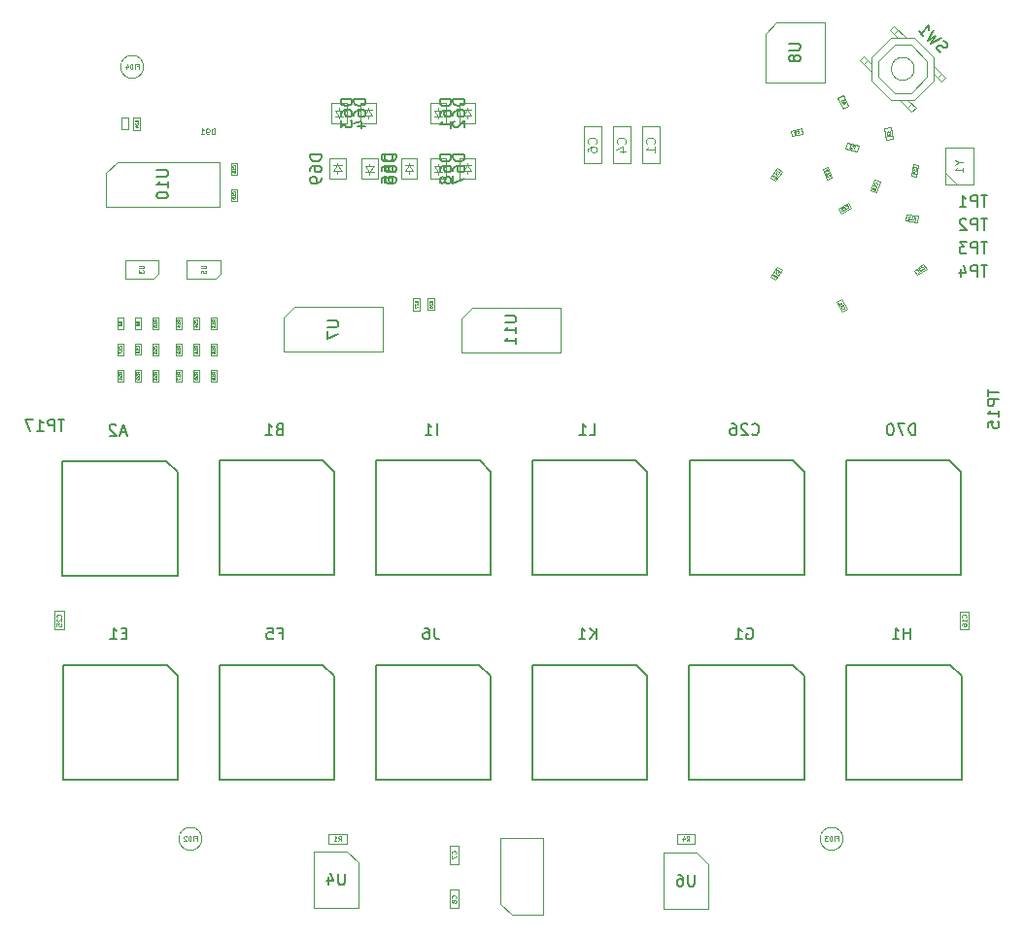
<source format=gbr>
%TF.GenerationSoftware,KiCad,Pcbnew,7.0.5-0*%
%TF.CreationDate,2023-06-16T23:12:03-07:00*%
%TF.ProjectId,Jumperless2,4a756d70-6572-46c6-9573-73322e6b6963,rev?*%
%TF.SameCoordinates,Original*%
%TF.FileFunction,AssemblyDrawing,Bot*%
%FSLAX46Y46*%
G04 Gerber Fmt 4.6, Leading zero omitted, Abs format (unit mm)*
G04 Created by KiCad (PCBNEW 7.0.5-0) date 2023-06-16 23:12:03*
%MOMM*%
%LPD*%
G01*
G04 APERTURE LIST*
%ADD10C,0.040000*%
%ADD11C,0.060000*%
%ADD12C,0.150000*%
%ADD13C,0.120000*%
%ADD14C,0.100000*%
%ADD15C,0.105000*%
G04 APERTURE END LIST*
D10*
X99149713Y-121077837D02*
X99166293Y-121074914D01*
X99166293Y-121074914D02*
X99196529Y-121052487D01*
X99196529Y-121052487D02*
X99210186Y-121032983D01*
X99210186Y-121032983D02*
X99220919Y-120996899D01*
X99220919Y-120996899D02*
X99215072Y-120963739D01*
X99215072Y-120963739D02*
X99202397Y-120940331D01*
X99202397Y-120940331D02*
X99170218Y-120903266D01*
X99170218Y-120903266D02*
X99140962Y-120882781D01*
X99140962Y-120882781D02*
X99095127Y-120865220D01*
X99095127Y-120865220D02*
X99068795Y-120861315D01*
X99068795Y-120861315D02*
X99035635Y-120867162D01*
X99035635Y-120867162D02*
X99005398Y-120889589D01*
X99005398Y-120889589D02*
X98991741Y-120909093D01*
X98991741Y-120909093D02*
X98981008Y-120945176D01*
X98981008Y-120945176D02*
X98983932Y-120961757D01*
X99032650Y-121286530D02*
X99114590Y-121169509D01*
X99073620Y-121228019D02*
X98868832Y-121084625D01*
X98868832Y-121084625D02*
X98911744Y-121085607D01*
X98911744Y-121085607D02*
X98944904Y-121079760D01*
X98944904Y-121079760D02*
X98968313Y-121067084D01*
X98792740Y-121234807D02*
X98776160Y-121237731D01*
X98776160Y-121237731D02*
X98752751Y-121250406D01*
X98752751Y-121250406D02*
X98718610Y-121299165D01*
X98718610Y-121299165D02*
X98714705Y-121325497D01*
X98714705Y-121325497D02*
X98717629Y-121342077D01*
X98717629Y-121342077D02*
X98730304Y-121365485D01*
X98730304Y-121365485D02*
X98749808Y-121379142D01*
X98749808Y-121379142D02*
X98785891Y-121389875D01*
X98785891Y-121389875D02*
X98984853Y-121354793D01*
X98984853Y-121354793D02*
X98896085Y-121481566D01*
D11*
X48358570Y-179042403D02*
X48491903Y-179042403D01*
X48491903Y-179251927D02*
X48491903Y-178851927D01*
X48491903Y-178851927D02*
X48301427Y-178851927D01*
X48149046Y-179251927D02*
X48149046Y-178851927D01*
X47958570Y-179251927D02*
X47958570Y-178851927D01*
X47958570Y-178851927D02*
X47863332Y-178851927D01*
X47863332Y-178851927D02*
X47806189Y-178870975D01*
X47806189Y-178870975D02*
X47768094Y-178909070D01*
X47768094Y-178909070D02*
X47749047Y-178947165D01*
X47749047Y-178947165D02*
X47729999Y-179023356D01*
X47729999Y-179023356D02*
X47729999Y-179080499D01*
X47729999Y-179080499D02*
X47749047Y-179156689D01*
X47749047Y-179156689D02*
X47768094Y-179194784D01*
X47768094Y-179194784D02*
X47806189Y-179232880D01*
X47806189Y-179232880D02*
X47863332Y-179251927D01*
X47863332Y-179251927D02*
X47958570Y-179251927D01*
X47577618Y-178890022D02*
X47558570Y-178870975D01*
X47558570Y-178870975D02*
X47520475Y-178851927D01*
X47520475Y-178851927D02*
X47425237Y-178851927D01*
X47425237Y-178851927D02*
X47387142Y-178870975D01*
X47387142Y-178870975D02*
X47368094Y-178890022D01*
X47368094Y-178890022D02*
X47349047Y-178928118D01*
X47349047Y-178928118D02*
X47349047Y-178966213D01*
X47349047Y-178966213D02*
X47368094Y-179023356D01*
X47368094Y-179023356D02*
X47596666Y-179251927D01*
X47596666Y-179251927D02*
X47349047Y-179251927D01*
D12*
X117390904Y-122972819D02*
X116819476Y-122972819D01*
X117105190Y-123972819D02*
X117105190Y-122972819D01*
X116486142Y-123972819D02*
X116486142Y-122972819D01*
X116486142Y-122972819D02*
X116105190Y-122972819D01*
X116105190Y-122972819D02*
X116009952Y-123020438D01*
X116009952Y-123020438D02*
X115962333Y-123068057D01*
X115962333Y-123068057D02*
X115914714Y-123163295D01*
X115914714Y-123163295D02*
X115914714Y-123306152D01*
X115914714Y-123306152D02*
X115962333Y-123401390D01*
X115962333Y-123401390D02*
X116009952Y-123449009D01*
X116009952Y-123449009D02*
X116105190Y-123496628D01*
X116105190Y-123496628D02*
X116486142Y-123496628D01*
X114962333Y-123972819D02*
X115533761Y-123972819D01*
X115248047Y-123972819D02*
X115248047Y-122972819D01*
X115248047Y-122972819D02*
X115343285Y-123115676D01*
X115343285Y-123115676D02*
X115438523Y-123210914D01*
X115438523Y-123210914D02*
X115533761Y-123258533D01*
D13*
X83269664Y-118446167D02*
X83307760Y-118408071D01*
X83307760Y-118408071D02*
X83345855Y-118293786D01*
X83345855Y-118293786D02*
X83345855Y-118217595D01*
X83345855Y-118217595D02*
X83307760Y-118103309D01*
X83307760Y-118103309D02*
X83231569Y-118027119D01*
X83231569Y-118027119D02*
X83155379Y-117989024D01*
X83155379Y-117989024D02*
X83002998Y-117950928D01*
X83002998Y-117950928D02*
X82888712Y-117950928D01*
X82888712Y-117950928D02*
X82736331Y-117989024D01*
X82736331Y-117989024D02*
X82660140Y-118027119D01*
X82660140Y-118027119D02*
X82583950Y-118103309D01*
X82583950Y-118103309D02*
X82545855Y-118217595D01*
X82545855Y-118217595D02*
X82545855Y-118293786D01*
X82545855Y-118293786D02*
X82583950Y-118408071D01*
X82583950Y-118408071D02*
X82622045Y-118446167D01*
X82545855Y-119131881D02*
X82545855Y-118979500D01*
X82545855Y-118979500D02*
X82583950Y-118903309D01*
X82583950Y-118903309D02*
X82622045Y-118865214D01*
X82622045Y-118865214D02*
X82736331Y-118789024D01*
X82736331Y-118789024D02*
X82888712Y-118750928D01*
X82888712Y-118750928D02*
X83193474Y-118750928D01*
X83193474Y-118750928D02*
X83269664Y-118789024D01*
X83269664Y-118789024D02*
X83307760Y-118827119D01*
X83307760Y-118827119D02*
X83345855Y-118903309D01*
X83345855Y-118903309D02*
X83345855Y-119055690D01*
X83345855Y-119055690D02*
X83307760Y-119131881D01*
X83307760Y-119131881D02*
X83269664Y-119169976D01*
X83269664Y-119169976D02*
X83193474Y-119208071D01*
X83193474Y-119208071D02*
X83002998Y-119208071D01*
X83002998Y-119208071D02*
X82926807Y-119169976D01*
X82926807Y-119169976D02*
X82888712Y-119131881D01*
X82888712Y-119131881D02*
X82850617Y-119055690D01*
X82850617Y-119055690D02*
X82850617Y-118903309D01*
X82850617Y-118903309D02*
X82888712Y-118827119D01*
X82888712Y-118827119D02*
X82926807Y-118789024D01*
X82926807Y-118789024D02*
X83002998Y-118750928D01*
D12*
X117390904Y-125004819D02*
X116819476Y-125004819D01*
X117105190Y-126004819D02*
X117105190Y-125004819D01*
X116486142Y-126004819D02*
X116486142Y-125004819D01*
X116486142Y-125004819D02*
X116105190Y-125004819D01*
X116105190Y-125004819D02*
X116009952Y-125052438D01*
X116009952Y-125052438D02*
X115962333Y-125100057D01*
X115962333Y-125100057D02*
X115914714Y-125195295D01*
X115914714Y-125195295D02*
X115914714Y-125338152D01*
X115914714Y-125338152D02*
X115962333Y-125433390D01*
X115962333Y-125433390D02*
X116009952Y-125481009D01*
X116009952Y-125481009D02*
X116105190Y-125528628D01*
X116105190Y-125528628D02*
X116486142Y-125528628D01*
X115533761Y-125100057D02*
X115486142Y-125052438D01*
X115486142Y-125052438D02*
X115390904Y-125004819D01*
X115390904Y-125004819D02*
X115152809Y-125004819D01*
X115152809Y-125004819D02*
X115057571Y-125052438D01*
X115057571Y-125052438D02*
X115009952Y-125100057D01*
X115009952Y-125100057D02*
X114962333Y-125195295D01*
X114962333Y-125195295D02*
X114962333Y-125290533D01*
X114962333Y-125290533D02*
X115009952Y-125433390D01*
X115009952Y-125433390D02*
X115581380Y-126004819D01*
X115581380Y-126004819D02*
X114962333Y-126004819D01*
D10*
X67733200Y-132293857D02*
X67609391Y-132207190D01*
X67733200Y-132145285D02*
X67473200Y-132145285D01*
X67473200Y-132145285D02*
X67473200Y-132244333D01*
X67473200Y-132244333D02*
X67485581Y-132269095D01*
X67485581Y-132269095D02*
X67497962Y-132281476D01*
X67497962Y-132281476D02*
X67522724Y-132293857D01*
X67522724Y-132293857D02*
X67559867Y-132293857D01*
X67559867Y-132293857D02*
X67584629Y-132281476D01*
X67584629Y-132281476D02*
X67597010Y-132269095D01*
X67597010Y-132269095D02*
X67609391Y-132244333D01*
X67609391Y-132244333D02*
X67609391Y-132145285D01*
X67497962Y-132392904D02*
X67485581Y-132405285D01*
X67485581Y-132405285D02*
X67473200Y-132430047D01*
X67473200Y-132430047D02*
X67473200Y-132491952D01*
X67473200Y-132491952D02*
X67485581Y-132516714D01*
X67485581Y-132516714D02*
X67497962Y-132529095D01*
X67497962Y-132529095D02*
X67522724Y-132541476D01*
X67522724Y-132541476D02*
X67547486Y-132541476D01*
X67547486Y-132541476D02*
X67584629Y-132529095D01*
X67584629Y-132529095D02*
X67733200Y-132380523D01*
X67733200Y-132380523D02*
X67733200Y-132541476D01*
X67473200Y-132628142D02*
X67473200Y-132801476D01*
X67473200Y-132801476D02*
X67733200Y-132690047D01*
X48556200Y-136228857D02*
X48432391Y-136142190D01*
X48556200Y-136080285D02*
X48296200Y-136080285D01*
X48296200Y-136080285D02*
X48296200Y-136179333D01*
X48296200Y-136179333D02*
X48308581Y-136204095D01*
X48308581Y-136204095D02*
X48320962Y-136216476D01*
X48320962Y-136216476D02*
X48345724Y-136228857D01*
X48345724Y-136228857D02*
X48382867Y-136228857D01*
X48382867Y-136228857D02*
X48407629Y-136216476D01*
X48407629Y-136216476D02*
X48420010Y-136204095D01*
X48420010Y-136204095D02*
X48432391Y-136179333D01*
X48432391Y-136179333D02*
X48432391Y-136080285D01*
X48556200Y-136476476D02*
X48556200Y-136327904D01*
X48556200Y-136402190D02*
X48296200Y-136402190D01*
X48296200Y-136402190D02*
X48333343Y-136377428D01*
X48333343Y-136377428D02*
X48358105Y-136352666D01*
X48358105Y-136352666D02*
X48370486Y-136327904D01*
X48296200Y-136699333D02*
X48296200Y-136649809D01*
X48296200Y-136649809D02*
X48308581Y-136625047D01*
X48308581Y-136625047D02*
X48320962Y-136612666D01*
X48320962Y-136612666D02*
X48358105Y-136587904D01*
X48358105Y-136587904D02*
X48407629Y-136575523D01*
X48407629Y-136575523D02*
X48506677Y-136575523D01*
X48506677Y-136575523D02*
X48531439Y-136587904D01*
X48531439Y-136587904D02*
X48543820Y-136600285D01*
X48543820Y-136600285D02*
X48556200Y-136625047D01*
X48556200Y-136625047D02*
X48556200Y-136674571D01*
X48556200Y-136674571D02*
X48543820Y-136699333D01*
X48543820Y-136699333D02*
X48531439Y-136711714D01*
X48531439Y-136711714D02*
X48506677Y-136724095D01*
X48506677Y-136724095D02*
X48444772Y-136724095D01*
X48444772Y-136724095D02*
X48420010Y-136711714D01*
X48420010Y-136711714D02*
X48407629Y-136699333D01*
X48407629Y-136699333D02*
X48395248Y-136674571D01*
X48395248Y-136674571D02*
X48395248Y-136625047D01*
X48395248Y-136625047D02*
X48407629Y-136600285D01*
X48407629Y-136600285D02*
X48420010Y-136587904D01*
X48420010Y-136587904D02*
X48444772Y-136575523D01*
D12*
X71824819Y-114575714D02*
X70824819Y-114575714D01*
X70824819Y-114575714D02*
X70824819Y-114813809D01*
X70824819Y-114813809D02*
X70872438Y-114956666D01*
X70872438Y-114956666D02*
X70967676Y-115051904D01*
X70967676Y-115051904D02*
X71062914Y-115099523D01*
X71062914Y-115099523D02*
X71253390Y-115147142D01*
X71253390Y-115147142D02*
X71396247Y-115147142D01*
X71396247Y-115147142D02*
X71586723Y-115099523D01*
X71586723Y-115099523D02*
X71681961Y-115051904D01*
X71681961Y-115051904D02*
X71777200Y-114956666D01*
X71777200Y-114956666D02*
X71824819Y-114813809D01*
X71824819Y-114813809D02*
X71824819Y-114575714D01*
X70824819Y-116004285D02*
X70824819Y-115813809D01*
X70824819Y-115813809D02*
X70872438Y-115718571D01*
X70872438Y-115718571D02*
X70920057Y-115670952D01*
X70920057Y-115670952D02*
X71062914Y-115575714D01*
X71062914Y-115575714D02*
X71253390Y-115528095D01*
X71253390Y-115528095D02*
X71634342Y-115528095D01*
X71634342Y-115528095D02*
X71729580Y-115575714D01*
X71729580Y-115575714D02*
X71777200Y-115623333D01*
X71777200Y-115623333D02*
X71824819Y-115718571D01*
X71824819Y-115718571D02*
X71824819Y-115909047D01*
X71824819Y-115909047D02*
X71777200Y-116004285D01*
X71777200Y-116004285D02*
X71729580Y-116051904D01*
X71729580Y-116051904D02*
X71634342Y-116099523D01*
X71634342Y-116099523D02*
X71396247Y-116099523D01*
X71396247Y-116099523D02*
X71301009Y-116051904D01*
X71301009Y-116051904D02*
X71253390Y-116004285D01*
X71253390Y-116004285D02*
X71205771Y-115909047D01*
X71205771Y-115909047D02*
X71205771Y-115718571D01*
X71205771Y-115718571D02*
X71253390Y-115623333D01*
X71253390Y-115623333D02*
X71301009Y-115575714D01*
X71301009Y-115575714D02*
X71396247Y-115528095D01*
X70920057Y-116480476D02*
X70872438Y-116528095D01*
X70872438Y-116528095D02*
X70824819Y-116623333D01*
X70824819Y-116623333D02*
X70824819Y-116861428D01*
X70824819Y-116861428D02*
X70872438Y-116956666D01*
X70872438Y-116956666D02*
X70920057Y-117004285D01*
X70920057Y-117004285D02*
X71015295Y-117051904D01*
X71015295Y-117051904D02*
X71110533Y-117051904D01*
X71110533Y-117051904D02*
X71253390Y-117004285D01*
X71253390Y-117004285D02*
X71824819Y-116432857D01*
X71824819Y-116432857D02*
X71824819Y-117051904D01*
D10*
X43476200Y-138514857D02*
X43352391Y-138428190D01*
X43476200Y-138366285D02*
X43216200Y-138366285D01*
X43216200Y-138366285D02*
X43216200Y-138465333D01*
X43216200Y-138465333D02*
X43228581Y-138490095D01*
X43228581Y-138490095D02*
X43240962Y-138502476D01*
X43240962Y-138502476D02*
X43265724Y-138514857D01*
X43265724Y-138514857D02*
X43302867Y-138514857D01*
X43302867Y-138514857D02*
X43327629Y-138502476D01*
X43327629Y-138502476D02*
X43340010Y-138490095D01*
X43340010Y-138490095D02*
X43352391Y-138465333D01*
X43352391Y-138465333D02*
X43352391Y-138366285D01*
X43240962Y-138613904D02*
X43228581Y-138626285D01*
X43228581Y-138626285D02*
X43216200Y-138651047D01*
X43216200Y-138651047D02*
X43216200Y-138712952D01*
X43216200Y-138712952D02*
X43228581Y-138737714D01*
X43228581Y-138737714D02*
X43240962Y-138750095D01*
X43240962Y-138750095D02*
X43265724Y-138762476D01*
X43265724Y-138762476D02*
X43290486Y-138762476D01*
X43290486Y-138762476D02*
X43327629Y-138750095D01*
X43327629Y-138750095D02*
X43476200Y-138601523D01*
X43476200Y-138601523D02*
X43476200Y-138762476D01*
X43240962Y-138861523D02*
X43228581Y-138873904D01*
X43228581Y-138873904D02*
X43216200Y-138898666D01*
X43216200Y-138898666D02*
X43216200Y-138960571D01*
X43216200Y-138960571D02*
X43228581Y-138985333D01*
X43228581Y-138985333D02*
X43240962Y-138997714D01*
X43240962Y-138997714D02*
X43265724Y-139010095D01*
X43265724Y-139010095D02*
X43290486Y-139010095D01*
X43290486Y-139010095D02*
X43327629Y-138997714D01*
X43327629Y-138997714D02*
X43476200Y-138849142D01*
X43476200Y-138849142D02*
X43476200Y-139010095D01*
D12*
X65855819Y-119435714D02*
X64855819Y-119435714D01*
X64855819Y-119435714D02*
X64855819Y-119673809D01*
X64855819Y-119673809D02*
X64903438Y-119816666D01*
X64903438Y-119816666D02*
X64998676Y-119911904D01*
X64998676Y-119911904D02*
X65093914Y-119959523D01*
X65093914Y-119959523D02*
X65284390Y-120007142D01*
X65284390Y-120007142D02*
X65427247Y-120007142D01*
X65427247Y-120007142D02*
X65617723Y-119959523D01*
X65617723Y-119959523D02*
X65712961Y-119911904D01*
X65712961Y-119911904D02*
X65808200Y-119816666D01*
X65808200Y-119816666D02*
X65855819Y-119673809D01*
X65855819Y-119673809D02*
X65855819Y-119435714D01*
X64855819Y-120864285D02*
X64855819Y-120673809D01*
X64855819Y-120673809D02*
X64903438Y-120578571D01*
X64903438Y-120578571D02*
X64951057Y-120530952D01*
X64951057Y-120530952D02*
X65093914Y-120435714D01*
X65093914Y-120435714D02*
X65284390Y-120388095D01*
X65284390Y-120388095D02*
X65665342Y-120388095D01*
X65665342Y-120388095D02*
X65760580Y-120435714D01*
X65760580Y-120435714D02*
X65808200Y-120483333D01*
X65808200Y-120483333D02*
X65855819Y-120578571D01*
X65855819Y-120578571D02*
X65855819Y-120769047D01*
X65855819Y-120769047D02*
X65808200Y-120864285D01*
X65808200Y-120864285D02*
X65760580Y-120911904D01*
X65760580Y-120911904D02*
X65665342Y-120959523D01*
X65665342Y-120959523D02*
X65427247Y-120959523D01*
X65427247Y-120959523D02*
X65332009Y-120911904D01*
X65332009Y-120911904D02*
X65284390Y-120864285D01*
X65284390Y-120864285D02*
X65236771Y-120769047D01*
X65236771Y-120769047D02*
X65236771Y-120578571D01*
X65236771Y-120578571D02*
X65284390Y-120483333D01*
X65284390Y-120483333D02*
X65332009Y-120435714D01*
X65332009Y-120435714D02*
X65427247Y-120388095D01*
X64855819Y-121816666D02*
X64855819Y-121626190D01*
X64855819Y-121626190D02*
X64903438Y-121530952D01*
X64903438Y-121530952D02*
X64951057Y-121483333D01*
X64951057Y-121483333D02*
X65093914Y-121388095D01*
X65093914Y-121388095D02*
X65284390Y-121340476D01*
X65284390Y-121340476D02*
X65665342Y-121340476D01*
X65665342Y-121340476D02*
X65760580Y-121388095D01*
X65760580Y-121388095D02*
X65808200Y-121435714D01*
X65808200Y-121435714D02*
X65855819Y-121530952D01*
X65855819Y-121530952D02*
X65855819Y-121721428D01*
X65855819Y-121721428D02*
X65808200Y-121816666D01*
X65808200Y-121816666D02*
X65760580Y-121864285D01*
X65760580Y-121864285D02*
X65665342Y-121911904D01*
X65665342Y-121911904D02*
X65427247Y-121911904D01*
X65427247Y-121911904D02*
X65332009Y-121864285D01*
X65332009Y-121864285D02*
X65284390Y-121816666D01*
X65284390Y-121816666D02*
X65236771Y-121721428D01*
X65236771Y-121721428D02*
X65236771Y-121530952D01*
X65236771Y-121530952D02*
X65284390Y-121435714D01*
X65284390Y-121435714D02*
X65332009Y-121388095D01*
X65332009Y-121388095D02*
X65427247Y-121340476D01*
X55616133Y-161160809D02*
X55949466Y-161160809D01*
X55949466Y-161684619D02*
X55949466Y-160684619D01*
X55949466Y-160684619D02*
X55473276Y-160684619D01*
X54616133Y-160684619D02*
X55092323Y-160684619D01*
X55092323Y-160684619D02*
X55139942Y-161160809D01*
X55139942Y-161160809D02*
X55092323Y-161113190D01*
X55092323Y-161113190D02*
X54997085Y-161065571D01*
X54997085Y-161065571D02*
X54758990Y-161065571D01*
X54758990Y-161065571D02*
X54663752Y-161113190D01*
X54663752Y-161113190D02*
X54616133Y-161160809D01*
X54616133Y-161160809D02*
X54568514Y-161256047D01*
X54568514Y-161256047D02*
X54568514Y-161494142D01*
X54568514Y-161494142D02*
X54616133Y-161589380D01*
X54616133Y-161589380D02*
X54663752Y-161637000D01*
X54663752Y-161637000D02*
X54758990Y-161684619D01*
X54758990Y-161684619D02*
X54997085Y-161684619D01*
X54997085Y-161684619D02*
X55092323Y-161637000D01*
X55092323Y-161637000D02*
X55139942Y-161589380D01*
D11*
X104238570Y-179042403D02*
X104371903Y-179042403D01*
X104371903Y-179251927D02*
X104371903Y-178851927D01*
X104371903Y-178851927D02*
X104181427Y-178851927D01*
X104029046Y-179251927D02*
X104029046Y-178851927D01*
X103838570Y-179251927D02*
X103838570Y-178851927D01*
X103838570Y-178851927D02*
X103743332Y-178851927D01*
X103743332Y-178851927D02*
X103686189Y-178870975D01*
X103686189Y-178870975D02*
X103648094Y-178909070D01*
X103648094Y-178909070D02*
X103629047Y-178947165D01*
X103629047Y-178947165D02*
X103609999Y-179023356D01*
X103609999Y-179023356D02*
X103609999Y-179080499D01*
X103609999Y-179080499D02*
X103629047Y-179156689D01*
X103629047Y-179156689D02*
X103648094Y-179194784D01*
X103648094Y-179194784D02*
X103686189Y-179232880D01*
X103686189Y-179232880D02*
X103743332Y-179251927D01*
X103743332Y-179251927D02*
X103838570Y-179251927D01*
X103476666Y-178851927D02*
X103229047Y-178851927D01*
X103229047Y-178851927D02*
X103362380Y-179004308D01*
X103362380Y-179004308D02*
X103305237Y-179004308D01*
X103305237Y-179004308D02*
X103267142Y-179023356D01*
X103267142Y-179023356D02*
X103248094Y-179042403D01*
X103248094Y-179042403D02*
X103229047Y-179080499D01*
X103229047Y-179080499D02*
X103229047Y-179175737D01*
X103229047Y-179175737D02*
X103248094Y-179213832D01*
X103248094Y-179213832D02*
X103267142Y-179232880D01*
X103267142Y-179232880D02*
X103305237Y-179251927D01*
X103305237Y-179251927D02*
X103419523Y-179251927D01*
X103419523Y-179251927D02*
X103457618Y-179232880D01*
X103457618Y-179232880D02*
X103476666Y-179213832D01*
X43278570Y-111732403D02*
X43411903Y-111732403D01*
X43411903Y-111941927D02*
X43411903Y-111541927D01*
X43411903Y-111541927D02*
X43221427Y-111541927D01*
X43069046Y-111941927D02*
X43069046Y-111541927D01*
X42878570Y-111941927D02*
X42878570Y-111541927D01*
X42878570Y-111541927D02*
X42783332Y-111541927D01*
X42783332Y-111541927D02*
X42726189Y-111560975D01*
X42726189Y-111560975D02*
X42688094Y-111599070D01*
X42688094Y-111599070D02*
X42669047Y-111637165D01*
X42669047Y-111637165D02*
X42649999Y-111713356D01*
X42649999Y-111713356D02*
X42649999Y-111770499D01*
X42649999Y-111770499D02*
X42669047Y-111846689D01*
X42669047Y-111846689D02*
X42688094Y-111884784D01*
X42688094Y-111884784D02*
X42726189Y-111922880D01*
X42726189Y-111922880D02*
X42783332Y-111941927D01*
X42783332Y-111941927D02*
X42878570Y-111941927D01*
X42307142Y-111675260D02*
X42307142Y-111941927D01*
X42402380Y-111522880D02*
X42497618Y-111808594D01*
X42497618Y-111808594D02*
X42249999Y-111808594D01*
X91176666Y-179251927D02*
X91309999Y-179061451D01*
X91405237Y-179251927D02*
X91405237Y-178851927D01*
X91405237Y-178851927D02*
X91252856Y-178851927D01*
X91252856Y-178851927D02*
X91214761Y-178870975D01*
X91214761Y-178870975D02*
X91195714Y-178890022D01*
X91195714Y-178890022D02*
X91176666Y-178928118D01*
X91176666Y-178928118D02*
X91176666Y-178985260D01*
X91176666Y-178985260D02*
X91195714Y-179023356D01*
X91195714Y-179023356D02*
X91214761Y-179042403D01*
X91214761Y-179042403D02*
X91252856Y-179061451D01*
X91252856Y-179061451D02*
X91405237Y-179061451D01*
X90833809Y-178985260D02*
X90833809Y-179251927D01*
X90929047Y-178832880D02*
X91024285Y-179118594D01*
X91024285Y-179118594D02*
X90776666Y-179118594D01*
D10*
X50080200Y-133942857D02*
X49956391Y-133856190D01*
X50080200Y-133794285D02*
X49820200Y-133794285D01*
X49820200Y-133794285D02*
X49820200Y-133893333D01*
X49820200Y-133893333D02*
X49832581Y-133918095D01*
X49832581Y-133918095D02*
X49844962Y-133930476D01*
X49844962Y-133930476D02*
X49869724Y-133942857D01*
X49869724Y-133942857D02*
X49906867Y-133942857D01*
X49906867Y-133942857D02*
X49931629Y-133930476D01*
X49931629Y-133930476D02*
X49944010Y-133918095D01*
X49944010Y-133918095D02*
X49956391Y-133893333D01*
X49956391Y-133893333D02*
X49956391Y-133794285D01*
X50080200Y-134190476D02*
X50080200Y-134041904D01*
X50080200Y-134116190D02*
X49820200Y-134116190D01*
X49820200Y-134116190D02*
X49857343Y-134091428D01*
X49857343Y-134091428D02*
X49882105Y-134066666D01*
X49882105Y-134066666D02*
X49894486Y-134041904D01*
X49820200Y-134277142D02*
X49820200Y-134438095D01*
X49820200Y-134438095D02*
X49919248Y-134351428D01*
X49919248Y-134351428D02*
X49919248Y-134388571D01*
X49919248Y-134388571D02*
X49931629Y-134413333D01*
X49931629Y-134413333D02*
X49944010Y-134425714D01*
X49944010Y-134425714D02*
X49968772Y-134438095D01*
X49968772Y-134438095D02*
X50030677Y-134438095D01*
X50030677Y-134438095D02*
X50055439Y-134425714D01*
X50055439Y-134425714D02*
X50067820Y-134413333D01*
X50067820Y-134413333D02*
X50080200Y-134388571D01*
X50080200Y-134388571D02*
X50080200Y-134314285D01*
X50080200Y-134314285D02*
X50067820Y-134289523D01*
X50067820Y-134289523D02*
X50055439Y-134277142D01*
X45000200Y-138514857D02*
X44876391Y-138428190D01*
X45000200Y-138366285D02*
X44740200Y-138366285D01*
X44740200Y-138366285D02*
X44740200Y-138465333D01*
X44740200Y-138465333D02*
X44752581Y-138490095D01*
X44752581Y-138490095D02*
X44764962Y-138502476D01*
X44764962Y-138502476D02*
X44789724Y-138514857D01*
X44789724Y-138514857D02*
X44826867Y-138514857D01*
X44826867Y-138514857D02*
X44851629Y-138502476D01*
X44851629Y-138502476D02*
X44864010Y-138490095D01*
X44864010Y-138490095D02*
X44876391Y-138465333D01*
X44876391Y-138465333D02*
X44876391Y-138366285D01*
X44764962Y-138613904D02*
X44752581Y-138626285D01*
X44752581Y-138626285D02*
X44740200Y-138651047D01*
X44740200Y-138651047D02*
X44740200Y-138712952D01*
X44740200Y-138712952D02*
X44752581Y-138737714D01*
X44752581Y-138737714D02*
X44764962Y-138750095D01*
X44764962Y-138750095D02*
X44789724Y-138762476D01*
X44789724Y-138762476D02*
X44814486Y-138762476D01*
X44814486Y-138762476D02*
X44851629Y-138750095D01*
X44851629Y-138750095D02*
X45000200Y-138601523D01*
X45000200Y-138601523D02*
X45000200Y-138762476D01*
X44740200Y-138849142D02*
X44740200Y-139010095D01*
X44740200Y-139010095D02*
X44839248Y-138923428D01*
X44839248Y-138923428D02*
X44839248Y-138960571D01*
X44839248Y-138960571D02*
X44851629Y-138985333D01*
X44851629Y-138985333D02*
X44864010Y-138997714D01*
X44864010Y-138997714D02*
X44888772Y-139010095D01*
X44888772Y-139010095D02*
X44950677Y-139010095D01*
X44950677Y-139010095D02*
X44975439Y-138997714D01*
X44975439Y-138997714D02*
X44987820Y-138985333D01*
X44987820Y-138985333D02*
X45000200Y-138960571D01*
X45000200Y-138960571D02*
X45000200Y-138886285D01*
X45000200Y-138886285D02*
X44987820Y-138861523D01*
X44987820Y-138861523D02*
X44975439Y-138849142D01*
D14*
X50061142Y-117650309D02*
X50061142Y-117150309D01*
X50061142Y-117150309D02*
X49942094Y-117150309D01*
X49942094Y-117150309D02*
X49870666Y-117174119D01*
X49870666Y-117174119D02*
X49823047Y-117221738D01*
X49823047Y-117221738D02*
X49799237Y-117269357D01*
X49799237Y-117269357D02*
X49775428Y-117364595D01*
X49775428Y-117364595D02*
X49775428Y-117436023D01*
X49775428Y-117436023D02*
X49799237Y-117531261D01*
X49799237Y-117531261D02*
X49823047Y-117578880D01*
X49823047Y-117578880D02*
X49870666Y-117626500D01*
X49870666Y-117626500D02*
X49942094Y-117650309D01*
X49942094Y-117650309D02*
X50061142Y-117650309D01*
X49537332Y-117650309D02*
X49442094Y-117650309D01*
X49442094Y-117650309D02*
X49394475Y-117626500D01*
X49394475Y-117626500D02*
X49370666Y-117602690D01*
X49370666Y-117602690D02*
X49323047Y-117531261D01*
X49323047Y-117531261D02*
X49299237Y-117436023D01*
X49299237Y-117436023D02*
X49299237Y-117245547D01*
X49299237Y-117245547D02*
X49323047Y-117197928D01*
X49323047Y-117197928D02*
X49346856Y-117174119D01*
X49346856Y-117174119D02*
X49394475Y-117150309D01*
X49394475Y-117150309D02*
X49489713Y-117150309D01*
X49489713Y-117150309D02*
X49537332Y-117174119D01*
X49537332Y-117174119D02*
X49561142Y-117197928D01*
X49561142Y-117197928D02*
X49584951Y-117245547D01*
X49584951Y-117245547D02*
X49584951Y-117364595D01*
X49584951Y-117364595D02*
X49561142Y-117412214D01*
X49561142Y-117412214D02*
X49537332Y-117436023D01*
X49537332Y-117436023D02*
X49489713Y-117459833D01*
X49489713Y-117459833D02*
X49394475Y-117459833D01*
X49394475Y-117459833D02*
X49346856Y-117436023D01*
X49346856Y-117436023D02*
X49323047Y-117412214D01*
X49323047Y-117412214D02*
X49299237Y-117364595D01*
X48823047Y-117650309D02*
X49108761Y-117650309D01*
X48965904Y-117650309D02*
X48965904Y-117150309D01*
X48965904Y-117150309D02*
X49013523Y-117221738D01*
X49013523Y-117221738D02*
X49061142Y-117269357D01*
X49061142Y-117269357D02*
X49108761Y-117293166D01*
D12*
X117390904Y-129068819D02*
X116819476Y-129068819D01*
X117105190Y-130068819D02*
X117105190Y-129068819D01*
X116486142Y-130068819D02*
X116486142Y-129068819D01*
X116486142Y-129068819D02*
X116105190Y-129068819D01*
X116105190Y-129068819D02*
X116009952Y-129116438D01*
X116009952Y-129116438D02*
X115962333Y-129164057D01*
X115962333Y-129164057D02*
X115914714Y-129259295D01*
X115914714Y-129259295D02*
X115914714Y-129402152D01*
X115914714Y-129402152D02*
X115962333Y-129497390D01*
X115962333Y-129497390D02*
X116009952Y-129545009D01*
X116009952Y-129545009D02*
X116105190Y-129592628D01*
X116105190Y-129592628D02*
X116486142Y-129592628D01*
X115057571Y-129402152D02*
X115057571Y-130068819D01*
X115295666Y-129021200D02*
X115533761Y-129735485D01*
X115533761Y-129735485D02*
X114914714Y-129735485D01*
D10*
X48527765Y-133951285D02*
X48539670Y-133939381D01*
X48539670Y-133939381D02*
X48551574Y-133903666D01*
X48551574Y-133903666D02*
X48551574Y-133879857D01*
X48551574Y-133879857D02*
X48539670Y-133844143D01*
X48539670Y-133844143D02*
X48515860Y-133820333D01*
X48515860Y-133820333D02*
X48492050Y-133808428D01*
X48492050Y-133808428D02*
X48444431Y-133796524D01*
X48444431Y-133796524D02*
X48408717Y-133796524D01*
X48408717Y-133796524D02*
X48361098Y-133808428D01*
X48361098Y-133808428D02*
X48337289Y-133820333D01*
X48337289Y-133820333D02*
X48313479Y-133844143D01*
X48313479Y-133844143D02*
X48301574Y-133879857D01*
X48301574Y-133879857D02*
X48301574Y-133903666D01*
X48301574Y-133903666D02*
X48313479Y-133939381D01*
X48313479Y-133939381D02*
X48325384Y-133951285D01*
X48325384Y-134046524D02*
X48313479Y-134058428D01*
X48313479Y-134058428D02*
X48301574Y-134082238D01*
X48301574Y-134082238D02*
X48301574Y-134141762D01*
X48301574Y-134141762D02*
X48313479Y-134165571D01*
X48313479Y-134165571D02*
X48325384Y-134177476D01*
X48325384Y-134177476D02*
X48349193Y-134189381D01*
X48349193Y-134189381D02*
X48373003Y-134189381D01*
X48373003Y-134189381D02*
X48408717Y-134177476D01*
X48408717Y-134177476D02*
X48551574Y-134034619D01*
X48551574Y-134034619D02*
X48551574Y-134189381D01*
X48384908Y-134403666D02*
X48551574Y-134403666D01*
X48289670Y-134344142D02*
X48468241Y-134284619D01*
X48468241Y-134284619D02*
X48468241Y-134439380D01*
X111165309Y-120634315D02*
X111179100Y-120624658D01*
X111179100Y-120624658D02*
X111197025Y-120591554D01*
X111197025Y-120591554D02*
X111201160Y-120568106D01*
X111201160Y-120568106D02*
X111195638Y-120530867D01*
X111195638Y-120530867D02*
X111176324Y-120503284D01*
X111176324Y-120503284D02*
X111154944Y-120487426D01*
X111154944Y-120487426D02*
X111110116Y-120467433D01*
X111110116Y-120467433D02*
X111074944Y-120461232D01*
X111074944Y-120461232D02*
X111025981Y-120464686D01*
X111025981Y-120464686D02*
X111000466Y-120472276D01*
X111000466Y-120472276D02*
X110972884Y-120491589D01*
X110972884Y-120491589D02*
X110954958Y-120524694D01*
X110954958Y-120524694D02*
X110950824Y-120548141D01*
X110950824Y-120548141D02*
X110956346Y-120585380D01*
X110956346Y-120585380D02*
X110966002Y-120599172D01*
X111147412Y-120872927D02*
X111172219Y-120732240D01*
X111159815Y-120802584D02*
X110913613Y-120759172D01*
X110913613Y-120759172D02*
X110952919Y-120741926D01*
X110952919Y-120741926D02*
X110980502Y-120722612D01*
X110980502Y-120722612D02*
X110996360Y-120701232D01*
X110946067Y-121055016D02*
X111110201Y-121083957D01*
X110862612Y-120979858D02*
X111048807Y-120952247D01*
X111048807Y-120952247D02*
X111021932Y-121104658D01*
X41952200Y-138514857D02*
X41828391Y-138428190D01*
X41952200Y-138366285D02*
X41692200Y-138366285D01*
X41692200Y-138366285D02*
X41692200Y-138465333D01*
X41692200Y-138465333D02*
X41704581Y-138490095D01*
X41704581Y-138490095D02*
X41716962Y-138502476D01*
X41716962Y-138502476D02*
X41741724Y-138514857D01*
X41741724Y-138514857D02*
X41778867Y-138514857D01*
X41778867Y-138514857D02*
X41803629Y-138502476D01*
X41803629Y-138502476D02*
X41816010Y-138490095D01*
X41816010Y-138490095D02*
X41828391Y-138465333D01*
X41828391Y-138465333D02*
X41828391Y-138366285D01*
X41716962Y-138613904D02*
X41704581Y-138626285D01*
X41704581Y-138626285D02*
X41692200Y-138651047D01*
X41692200Y-138651047D02*
X41692200Y-138712952D01*
X41692200Y-138712952D02*
X41704581Y-138737714D01*
X41704581Y-138737714D02*
X41716962Y-138750095D01*
X41716962Y-138750095D02*
X41741724Y-138762476D01*
X41741724Y-138762476D02*
X41766486Y-138762476D01*
X41766486Y-138762476D02*
X41803629Y-138750095D01*
X41803629Y-138750095D02*
X41952200Y-138601523D01*
X41952200Y-138601523D02*
X41952200Y-138762476D01*
X41952200Y-139010095D02*
X41952200Y-138861523D01*
X41952200Y-138935809D02*
X41692200Y-138935809D01*
X41692200Y-138935809D02*
X41729343Y-138911047D01*
X41729343Y-138911047D02*
X41754105Y-138886285D01*
X41754105Y-138886285D02*
X41766486Y-138861523D01*
D12*
X69396989Y-143881219D02*
X69396989Y-142881219D01*
X68396990Y-143881219D02*
X68968418Y-143881219D01*
X68682704Y-143881219D02*
X68682704Y-142881219D01*
X68682704Y-142881219D02*
X68777942Y-143024076D01*
X68777942Y-143024076D02*
X68873180Y-143119314D01*
X68873180Y-143119314D02*
X68968418Y-143166933D01*
X117414819Y-139866905D02*
X117414819Y-140438333D01*
X118414819Y-140152619D02*
X117414819Y-140152619D01*
X118414819Y-140771667D02*
X117414819Y-140771667D01*
X117414819Y-140771667D02*
X117414819Y-141152619D01*
X117414819Y-141152619D02*
X117462438Y-141247857D01*
X117462438Y-141247857D02*
X117510057Y-141295476D01*
X117510057Y-141295476D02*
X117605295Y-141343095D01*
X117605295Y-141343095D02*
X117748152Y-141343095D01*
X117748152Y-141343095D02*
X117843390Y-141295476D01*
X117843390Y-141295476D02*
X117891009Y-141247857D01*
X117891009Y-141247857D02*
X117938628Y-141152619D01*
X117938628Y-141152619D02*
X117938628Y-140771667D01*
X118414819Y-142295476D02*
X118414819Y-141724048D01*
X118414819Y-142009762D02*
X117414819Y-142009762D01*
X117414819Y-142009762D02*
X117557676Y-141914524D01*
X117557676Y-141914524D02*
X117652914Y-141819286D01*
X117652914Y-141819286D02*
X117700533Y-141724048D01*
X117414819Y-143200238D02*
X117414819Y-142724048D01*
X117414819Y-142724048D02*
X117891009Y-142676429D01*
X117891009Y-142676429D02*
X117843390Y-142724048D01*
X117843390Y-142724048D02*
X117795771Y-142819286D01*
X117795771Y-142819286D02*
X117795771Y-143057381D01*
X117795771Y-143057381D02*
X117843390Y-143152619D01*
X117843390Y-143152619D02*
X117891009Y-143200238D01*
X117891009Y-143200238D02*
X117986247Y-143247857D01*
X117986247Y-143247857D02*
X118224342Y-143247857D01*
X118224342Y-143247857D02*
X118319580Y-143200238D01*
X118319580Y-143200238D02*
X118367200Y-143152619D01*
X118367200Y-143152619D02*
X118414819Y-143057381D01*
X118414819Y-143057381D02*
X118414819Y-142819286D01*
X118414819Y-142819286D02*
X118367200Y-142724048D01*
X118367200Y-142724048D02*
X118319580Y-142676429D01*
D11*
X60823666Y-179251927D02*
X60956999Y-179061451D01*
X61052237Y-179251927D02*
X61052237Y-178851927D01*
X61052237Y-178851927D02*
X60899856Y-178851927D01*
X60899856Y-178851927D02*
X60861761Y-178870975D01*
X60861761Y-178870975D02*
X60842714Y-178890022D01*
X60842714Y-178890022D02*
X60823666Y-178928118D01*
X60823666Y-178928118D02*
X60823666Y-178985260D01*
X60823666Y-178985260D02*
X60842714Y-179023356D01*
X60842714Y-179023356D02*
X60861761Y-179042403D01*
X60861761Y-179042403D02*
X60899856Y-179061451D01*
X60899856Y-179061451D02*
X61052237Y-179061451D01*
X60442714Y-179251927D02*
X60671285Y-179251927D01*
X60556999Y-179251927D02*
X60556999Y-178851927D01*
X60556999Y-178851927D02*
X60595095Y-178909070D01*
X60595095Y-178909070D02*
X60633190Y-178947165D01*
X60633190Y-178947165D02*
X60671285Y-178966213D01*
D10*
X47032200Y-138514857D02*
X46908391Y-138428190D01*
X47032200Y-138366285D02*
X46772200Y-138366285D01*
X46772200Y-138366285D02*
X46772200Y-138465333D01*
X46772200Y-138465333D02*
X46784581Y-138490095D01*
X46784581Y-138490095D02*
X46796962Y-138502476D01*
X46796962Y-138502476D02*
X46821724Y-138514857D01*
X46821724Y-138514857D02*
X46858867Y-138514857D01*
X46858867Y-138514857D02*
X46883629Y-138502476D01*
X46883629Y-138502476D02*
X46896010Y-138490095D01*
X46896010Y-138490095D02*
X46908391Y-138465333D01*
X46908391Y-138465333D02*
X46908391Y-138366285D01*
X47032200Y-138762476D02*
X47032200Y-138613904D01*
X47032200Y-138688190D02*
X46772200Y-138688190D01*
X46772200Y-138688190D02*
X46809343Y-138663428D01*
X46809343Y-138663428D02*
X46834105Y-138638666D01*
X46834105Y-138638666D02*
X46846486Y-138613904D01*
X46772200Y-138849142D02*
X46772200Y-139022476D01*
X46772200Y-139022476D02*
X47032200Y-138911047D01*
D12*
X113314124Y-110516892D02*
X113179437Y-110449549D01*
X113179437Y-110449549D02*
X113011079Y-110281190D01*
X113011079Y-110281190D02*
X112977407Y-110180175D01*
X112977407Y-110180175D02*
X112977407Y-110112831D01*
X112977407Y-110112831D02*
X113011079Y-110011816D01*
X113011079Y-110011816D02*
X113078422Y-109944472D01*
X113078422Y-109944472D02*
X113179437Y-109910801D01*
X113179437Y-109910801D02*
X113246781Y-109910801D01*
X113246781Y-109910801D02*
X113347796Y-109944472D01*
X113347796Y-109944472D02*
X113516155Y-110045488D01*
X113516155Y-110045488D02*
X113617170Y-110079159D01*
X113617170Y-110079159D02*
X113684514Y-110079159D01*
X113684514Y-110079159D02*
X113785529Y-110045488D01*
X113785529Y-110045488D02*
X113852872Y-109978144D01*
X113852872Y-109978144D02*
X113886544Y-109877129D01*
X113886544Y-109877129D02*
X113886544Y-109809785D01*
X113886544Y-109809785D02*
X113852872Y-109708770D01*
X113852872Y-109708770D02*
X113684514Y-109540411D01*
X113684514Y-109540411D02*
X113549827Y-109473068D01*
X113347796Y-109203694D02*
X112472330Y-109742442D01*
X112472330Y-109742442D02*
X112842720Y-109102678D01*
X112842720Y-109102678D02*
X112202956Y-109473068D01*
X112202956Y-109473068D02*
X112741704Y-108597602D01*
X111394835Y-108664946D02*
X111798896Y-109069007D01*
X111596865Y-108866976D02*
X112303972Y-108159870D01*
X112303972Y-108159870D02*
X112270300Y-108328228D01*
X112270300Y-108328228D02*
X112270300Y-108462915D01*
X112270300Y-108462915D02*
X112303972Y-108563931D01*
X111107085Y-143879219D02*
X111107085Y-142879219D01*
X111107085Y-142879219D02*
X110868990Y-142879219D01*
X110868990Y-142879219D02*
X110726133Y-142926838D01*
X110726133Y-142926838D02*
X110630895Y-143022076D01*
X110630895Y-143022076D02*
X110583276Y-143117314D01*
X110583276Y-143117314D02*
X110535657Y-143307790D01*
X110535657Y-143307790D02*
X110535657Y-143450647D01*
X110535657Y-143450647D02*
X110583276Y-143641123D01*
X110583276Y-143641123D02*
X110630895Y-143736361D01*
X110630895Y-143736361D02*
X110726133Y-143831600D01*
X110726133Y-143831600D02*
X110868990Y-143879219D01*
X110868990Y-143879219D02*
X111107085Y-143879219D01*
X110202323Y-142879219D02*
X109535657Y-142879219D01*
X109535657Y-142879219D02*
X109964228Y-143879219D01*
X108964228Y-142879219D02*
X108868990Y-142879219D01*
X108868990Y-142879219D02*
X108773752Y-142926838D01*
X108773752Y-142926838D02*
X108726133Y-142974457D01*
X108726133Y-142974457D02*
X108678514Y-143069695D01*
X108678514Y-143069695D02*
X108630895Y-143260171D01*
X108630895Y-143260171D02*
X108630895Y-143498266D01*
X108630895Y-143498266D02*
X108678514Y-143688742D01*
X108678514Y-143688742D02*
X108726133Y-143783980D01*
X108726133Y-143783980D02*
X108773752Y-143831600D01*
X108773752Y-143831600D02*
X108868990Y-143879219D01*
X108868990Y-143879219D02*
X108964228Y-143879219D01*
X108964228Y-143879219D02*
X109059466Y-143831600D01*
X109059466Y-143831600D02*
X109107085Y-143783980D01*
X109107085Y-143783980D02*
X109154704Y-143688742D01*
X109154704Y-143688742D02*
X109202323Y-143498266D01*
X109202323Y-143498266D02*
X109202323Y-143260171D01*
X109202323Y-143260171D02*
X109154704Y-143069695D01*
X109154704Y-143069695D02*
X109107085Y-142974457D01*
X109107085Y-142974457D02*
X109059466Y-142926838D01*
X109059466Y-142926838D02*
X108964228Y-142879219D01*
D11*
X43459927Y-129113738D02*
X43783737Y-129113738D01*
X43783737Y-129113738D02*
X43821832Y-129132785D01*
X43821832Y-129132785D02*
X43840880Y-129151833D01*
X43840880Y-129151833D02*
X43859927Y-129189928D01*
X43859927Y-129189928D02*
X43859927Y-129266119D01*
X43859927Y-129266119D02*
X43840880Y-129304214D01*
X43840880Y-129304214D02*
X43821832Y-129323261D01*
X43821832Y-129323261D02*
X43783737Y-129342309D01*
X43783737Y-129342309D02*
X43459927Y-129342309D01*
X43459927Y-129494690D02*
X43459927Y-129742309D01*
X43459927Y-129742309D02*
X43612308Y-129608976D01*
X43612308Y-129608976D02*
X43612308Y-129666119D01*
X43612308Y-129666119D02*
X43631356Y-129704214D01*
X43631356Y-129704214D02*
X43650403Y-129723262D01*
X43650403Y-129723262D02*
X43688499Y-129742309D01*
X43688499Y-129742309D02*
X43783737Y-129742309D01*
X43783737Y-129742309D02*
X43821832Y-129723262D01*
X43821832Y-129723262D02*
X43840880Y-129704214D01*
X43840880Y-129704214D02*
X43859927Y-129666119D01*
X43859927Y-129666119D02*
X43859927Y-129551833D01*
X43859927Y-129551833D02*
X43840880Y-129513738D01*
X43840880Y-129513738D02*
X43821832Y-129494690D01*
D10*
X69003200Y-132291856D02*
X68879391Y-132205189D01*
X69003200Y-132143284D02*
X68743200Y-132143284D01*
X68743200Y-132143284D02*
X68743200Y-132242332D01*
X68743200Y-132242332D02*
X68755581Y-132267094D01*
X68755581Y-132267094D02*
X68767962Y-132279475D01*
X68767962Y-132279475D02*
X68792724Y-132291856D01*
X68792724Y-132291856D02*
X68829867Y-132291856D01*
X68829867Y-132291856D02*
X68854629Y-132279475D01*
X68854629Y-132279475D02*
X68867010Y-132267094D01*
X68867010Y-132267094D02*
X68879391Y-132242332D01*
X68879391Y-132242332D02*
X68879391Y-132143284D01*
X68767962Y-132390903D02*
X68755581Y-132403284D01*
X68755581Y-132403284D02*
X68743200Y-132428046D01*
X68743200Y-132428046D02*
X68743200Y-132489951D01*
X68743200Y-132489951D02*
X68755581Y-132514713D01*
X68755581Y-132514713D02*
X68767962Y-132527094D01*
X68767962Y-132527094D02*
X68792724Y-132539475D01*
X68792724Y-132539475D02*
X68817486Y-132539475D01*
X68817486Y-132539475D02*
X68854629Y-132527094D01*
X68854629Y-132527094D02*
X69003200Y-132378522D01*
X69003200Y-132378522D02*
X69003200Y-132539475D01*
X68743200Y-132762332D02*
X68743200Y-132712808D01*
X68743200Y-132712808D02*
X68755581Y-132688046D01*
X68755581Y-132688046D02*
X68767962Y-132675665D01*
X68767962Y-132675665D02*
X68805105Y-132650903D01*
X68805105Y-132650903D02*
X68854629Y-132638522D01*
X68854629Y-132638522D02*
X68953677Y-132638522D01*
X68953677Y-132638522D02*
X68978439Y-132650903D01*
X68978439Y-132650903D02*
X68990820Y-132663284D01*
X68990820Y-132663284D02*
X69003200Y-132688046D01*
X69003200Y-132688046D02*
X69003200Y-132737570D01*
X69003200Y-132737570D02*
X68990820Y-132762332D01*
X68990820Y-132762332D02*
X68978439Y-132774713D01*
X68978439Y-132774713D02*
X68953677Y-132787094D01*
X68953677Y-132787094D02*
X68891772Y-132787094D01*
X68891772Y-132787094D02*
X68867010Y-132774713D01*
X68867010Y-132774713D02*
X68854629Y-132762332D01*
X68854629Y-132762332D02*
X68842248Y-132737570D01*
X68842248Y-132737570D02*
X68842248Y-132688046D01*
X68842248Y-132688046D02*
X68854629Y-132663284D01*
X68854629Y-132663284D02*
X68867010Y-132650903D01*
X68867010Y-132650903D02*
X68891772Y-132638522D01*
D11*
X71060832Y-184263333D02*
X71079880Y-184244285D01*
X71079880Y-184244285D02*
X71098927Y-184187143D01*
X71098927Y-184187143D02*
X71098927Y-184149047D01*
X71098927Y-184149047D02*
X71079880Y-184091904D01*
X71079880Y-184091904D02*
X71041784Y-184053809D01*
X71041784Y-184053809D02*
X71003689Y-184034762D01*
X71003689Y-184034762D02*
X70927499Y-184015714D01*
X70927499Y-184015714D02*
X70870356Y-184015714D01*
X70870356Y-184015714D02*
X70794165Y-184034762D01*
X70794165Y-184034762D02*
X70756070Y-184053809D01*
X70756070Y-184053809D02*
X70717975Y-184091904D01*
X70717975Y-184091904D02*
X70698927Y-184149047D01*
X70698927Y-184149047D02*
X70698927Y-184187143D01*
X70698927Y-184187143D02*
X70717975Y-184244285D01*
X70717975Y-184244285D02*
X70737022Y-184263333D01*
X70870356Y-184491904D02*
X70851308Y-184453809D01*
X70851308Y-184453809D02*
X70832260Y-184434762D01*
X70832260Y-184434762D02*
X70794165Y-184415714D01*
X70794165Y-184415714D02*
X70775118Y-184415714D01*
X70775118Y-184415714D02*
X70737022Y-184434762D01*
X70737022Y-184434762D02*
X70717975Y-184453809D01*
X70717975Y-184453809D02*
X70698927Y-184491904D01*
X70698927Y-184491904D02*
X70698927Y-184568095D01*
X70698927Y-184568095D02*
X70717975Y-184606190D01*
X70717975Y-184606190D02*
X70737022Y-184625238D01*
X70737022Y-184625238D02*
X70775118Y-184644285D01*
X70775118Y-184644285D02*
X70794165Y-184644285D01*
X70794165Y-184644285D02*
X70832260Y-184625238D01*
X70832260Y-184625238D02*
X70851308Y-184606190D01*
X70851308Y-184606190D02*
X70870356Y-184568095D01*
X70870356Y-184568095D02*
X70870356Y-184491904D01*
X70870356Y-184491904D02*
X70889403Y-184453809D01*
X70889403Y-184453809D02*
X70908451Y-184434762D01*
X70908451Y-184434762D02*
X70946546Y-184415714D01*
X70946546Y-184415714D02*
X71022737Y-184415714D01*
X71022737Y-184415714D02*
X71060832Y-184434762D01*
X71060832Y-184434762D02*
X71079880Y-184453809D01*
X71079880Y-184453809D02*
X71098927Y-184491904D01*
X71098927Y-184491904D02*
X71098927Y-184568095D01*
X71098927Y-184568095D02*
X71079880Y-184606190D01*
X71079880Y-184606190D02*
X71060832Y-184625238D01*
X71060832Y-184625238D02*
X71022737Y-184644285D01*
X71022737Y-184644285D02*
X70946546Y-184644285D01*
X70946546Y-184644285D02*
X70908451Y-184625238D01*
X70908451Y-184625238D02*
X70889403Y-184606190D01*
X70889403Y-184606190D02*
X70870356Y-184568095D01*
D12*
X82691466Y-143881219D02*
X83167656Y-143881219D01*
X83167656Y-143881219D02*
X83167656Y-142881219D01*
X81834323Y-143881219D02*
X82405751Y-143881219D01*
X82120037Y-143881219D02*
X82120037Y-142881219D01*
X82120037Y-142881219D02*
X82215275Y-143024076D01*
X82215275Y-143024076D02*
X82310513Y-143119314D01*
X82310513Y-143119314D02*
X82405751Y-143166933D01*
D10*
X108654119Y-117665199D02*
X108791097Y-117729050D01*
X108679918Y-117811514D02*
X108935968Y-117766365D01*
X108935968Y-117766365D02*
X108918769Y-117668822D01*
X108918769Y-117668822D02*
X108902276Y-117646586D01*
X108902276Y-117646586D02*
X108887933Y-117636544D01*
X108887933Y-117636544D02*
X108861398Y-117628651D01*
X108861398Y-117628651D02*
X108824819Y-117635100D01*
X108824819Y-117635100D02*
X108802583Y-117651593D01*
X108802583Y-117651593D02*
X108792540Y-117665936D01*
X108792540Y-117665936D02*
X108784647Y-117692472D01*
X108784647Y-117692472D02*
X108801847Y-117790014D01*
X108895119Y-117534701D02*
X108867170Y-117376194D01*
X108867170Y-117376194D02*
X108784677Y-117478743D01*
X108784677Y-117478743D02*
X108778227Y-117442165D01*
X108778227Y-117442165D02*
X108761735Y-117419929D01*
X108761735Y-117419929D02*
X108747392Y-117409886D01*
X108747392Y-117409886D02*
X108720856Y-117401993D01*
X108720856Y-117401993D02*
X108659892Y-117412742D01*
X108659892Y-117412742D02*
X108637656Y-117429235D01*
X108637656Y-117429235D02*
X108627613Y-117443578D01*
X108627613Y-117443578D02*
X108619720Y-117470114D01*
X108619720Y-117470114D02*
X108632620Y-117543271D01*
X108632620Y-117543271D02*
X108649112Y-117565507D01*
X108649112Y-117565507D02*
X108663455Y-117575550D01*
X43349200Y-116545857D02*
X43225391Y-116459190D01*
X43349200Y-116397285D02*
X43089200Y-116397285D01*
X43089200Y-116397285D02*
X43089200Y-116496333D01*
X43089200Y-116496333D02*
X43101581Y-116521095D01*
X43101581Y-116521095D02*
X43113962Y-116533476D01*
X43113962Y-116533476D02*
X43138724Y-116545857D01*
X43138724Y-116545857D02*
X43175867Y-116545857D01*
X43175867Y-116545857D02*
X43200629Y-116533476D01*
X43200629Y-116533476D02*
X43213010Y-116521095D01*
X43213010Y-116521095D02*
X43225391Y-116496333D01*
X43225391Y-116496333D02*
X43225391Y-116397285D01*
X43113962Y-116644904D02*
X43101581Y-116657285D01*
X43101581Y-116657285D02*
X43089200Y-116682047D01*
X43089200Y-116682047D02*
X43089200Y-116743952D01*
X43089200Y-116743952D02*
X43101581Y-116768714D01*
X43101581Y-116768714D02*
X43113962Y-116781095D01*
X43113962Y-116781095D02*
X43138724Y-116793476D01*
X43138724Y-116793476D02*
X43163486Y-116793476D01*
X43163486Y-116793476D02*
X43200629Y-116781095D01*
X43200629Y-116781095D02*
X43349200Y-116632523D01*
X43349200Y-116632523D02*
X43349200Y-116793476D01*
X43175867Y-117016333D02*
X43349200Y-117016333D01*
X43076820Y-116954428D02*
X43262534Y-116892523D01*
X43262534Y-116892523D02*
X43262534Y-117053476D01*
X111727943Y-129415666D02*
X111744523Y-129418590D01*
X111744523Y-129418590D02*
X111780607Y-129407857D01*
X111780607Y-129407857D02*
X111800110Y-129394200D01*
X111800110Y-129394200D02*
X111822538Y-129363963D01*
X111822538Y-129363963D02*
X111828385Y-129330803D01*
X111828385Y-129330803D02*
X111824480Y-129304471D01*
X111824480Y-129304471D02*
X111806918Y-129258636D01*
X111806918Y-129258636D02*
X111786434Y-129229380D01*
X111786434Y-129229380D02*
X111749369Y-129197201D01*
X111749369Y-129197201D02*
X111725960Y-129184526D01*
X111725960Y-129184526D02*
X111692800Y-129178679D01*
X111692800Y-129178679D02*
X111656716Y-129189412D01*
X111656716Y-129189412D02*
X111637213Y-129203069D01*
X111637213Y-129203069D02*
X111614786Y-129233305D01*
X111614786Y-129233305D02*
X111611862Y-129249885D01*
X111533848Y-129304512D02*
X111517267Y-129301588D01*
X111517267Y-129301588D02*
X111490936Y-129305493D01*
X111490936Y-129305493D02*
X111442176Y-129339634D01*
X111442176Y-129339634D02*
X111429501Y-129363043D01*
X111429501Y-129363043D02*
X111426578Y-129379623D01*
X111426578Y-129379623D02*
X111430482Y-129405955D01*
X111430482Y-129405955D02*
X111444139Y-129425458D01*
X111444139Y-129425458D02*
X111474376Y-129447886D01*
X111474376Y-129447886D02*
X111673337Y-129482968D01*
X111673337Y-129482968D02*
X111546563Y-129571736D01*
X111351527Y-129708301D02*
X111468549Y-129626362D01*
X111410038Y-129667331D02*
X111266644Y-129462543D01*
X111266644Y-129462543D02*
X111306633Y-129478142D01*
X111306633Y-129478142D02*
X111339793Y-129483989D01*
X111339793Y-129483989D02*
X111366125Y-129480085D01*
D12*
X70664819Y-119435714D02*
X69664819Y-119435714D01*
X69664819Y-119435714D02*
X69664819Y-119673809D01*
X69664819Y-119673809D02*
X69712438Y-119816666D01*
X69712438Y-119816666D02*
X69807676Y-119911904D01*
X69807676Y-119911904D02*
X69902914Y-119959523D01*
X69902914Y-119959523D02*
X70093390Y-120007142D01*
X70093390Y-120007142D02*
X70236247Y-120007142D01*
X70236247Y-120007142D02*
X70426723Y-119959523D01*
X70426723Y-119959523D02*
X70521961Y-119911904D01*
X70521961Y-119911904D02*
X70617200Y-119816666D01*
X70617200Y-119816666D02*
X70664819Y-119673809D01*
X70664819Y-119673809D02*
X70664819Y-119435714D01*
X69664819Y-120864285D02*
X69664819Y-120673809D01*
X69664819Y-120673809D02*
X69712438Y-120578571D01*
X69712438Y-120578571D02*
X69760057Y-120530952D01*
X69760057Y-120530952D02*
X69902914Y-120435714D01*
X69902914Y-120435714D02*
X70093390Y-120388095D01*
X70093390Y-120388095D02*
X70474342Y-120388095D01*
X70474342Y-120388095D02*
X70569580Y-120435714D01*
X70569580Y-120435714D02*
X70617200Y-120483333D01*
X70617200Y-120483333D02*
X70664819Y-120578571D01*
X70664819Y-120578571D02*
X70664819Y-120769047D01*
X70664819Y-120769047D02*
X70617200Y-120864285D01*
X70617200Y-120864285D02*
X70569580Y-120911904D01*
X70569580Y-120911904D02*
X70474342Y-120959523D01*
X70474342Y-120959523D02*
X70236247Y-120959523D01*
X70236247Y-120959523D02*
X70141009Y-120911904D01*
X70141009Y-120911904D02*
X70093390Y-120864285D01*
X70093390Y-120864285D02*
X70045771Y-120769047D01*
X70045771Y-120769047D02*
X70045771Y-120578571D01*
X70045771Y-120578571D02*
X70093390Y-120483333D01*
X70093390Y-120483333D02*
X70141009Y-120435714D01*
X70141009Y-120435714D02*
X70236247Y-120388095D01*
X70093390Y-121530952D02*
X70045771Y-121435714D01*
X70045771Y-121435714D02*
X69998152Y-121388095D01*
X69998152Y-121388095D02*
X69902914Y-121340476D01*
X69902914Y-121340476D02*
X69855295Y-121340476D01*
X69855295Y-121340476D02*
X69760057Y-121388095D01*
X69760057Y-121388095D02*
X69712438Y-121435714D01*
X69712438Y-121435714D02*
X69664819Y-121530952D01*
X69664819Y-121530952D02*
X69664819Y-121721428D01*
X69664819Y-121721428D02*
X69712438Y-121816666D01*
X69712438Y-121816666D02*
X69760057Y-121864285D01*
X69760057Y-121864285D02*
X69855295Y-121911904D01*
X69855295Y-121911904D02*
X69902914Y-121911904D01*
X69902914Y-121911904D02*
X69998152Y-121864285D01*
X69998152Y-121864285D02*
X70045771Y-121816666D01*
X70045771Y-121816666D02*
X70093390Y-121721428D01*
X70093390Y-121721428D02*
X70093390Y-121530952D01*
X70093390Y-121530952D02*
X70141009Y-121435714D01*
X70141009Y-121435714D02*
X70188628Y-121388095D01*
X70188628Y-121388095D02*
X70283866Y-121340476D01*
X70283866Y-121340476D02*
X70474342Y-121340476D01*
X70474342Y-121340476D02*
X70569580Y-121388095D01*
X70569580Y-121388095D02*
X70617200Y-121435714D01*
X70617200Y-121435714D02*
X70664819Y-121530952D01*
X70664819Y-121530952D02*
X70664819Y-121721428D01*
X70664819Y-121721428D02*
X70617200Y-121816666D01*
X70617200Y-121816666D02*
X70569580Y-121864285D01*
X70569580Y-121864285D02*
X70474342Y-121911904D01*
X70474342Y-121911904D02*
X70283866Y-121911904D01*
X70283866Y-121911904D02*
X70188628Y-121864285D01*
X70188628Y-121864285D02*
X70141009Y-121816666D01*
X70141009Y-121816666D02*
X70093390Y-121721428D01*
D10*
X44971765Y-136237285D02*
X44983670Y-136225381D01*
X44983670Y-136225381D02*
X44995574Y-136189666D01*
X44995574Y-136189666D02*
X44995574Y-136165857D01*
X44995574Y-136165857D02*
X44983670Y-136130143D01*
X44983670Y-136130143D02*
X44959860Y-136106333D01*
X44959860Y-136106333D02*
X44936050Y-136094428D01*
X44936050Y-136094428D02*
X44888431Y-136082524D01*
X44888431Y-136082524D02*
X44852717Y-136082524D01*
X44852717Y-136082524D02*
X44805098Y-136094428D01*
X44805098Y-136094428D02*
X44781289Y-136106333D01*
X44781289Y-136106333D02*
X44757479Y-136130143D01*
X44757479Y-136130143D02*
X44745574Y-136165857D01*
X44745574Y-136165857D02*
X44745574Y-136189666D01*
X44745574Y-136189666D02*
X44757479Y-136225381D01*
X44757479Y-136225381D02*
X44769384Y-136237285D01*
X44769384Y-136332524D02*
X44757479Y-136344428D01*
X44757479Y-136344428D02*
X44745574Y-136368238D01*
X44745574Y-136368238D02*
X44745574Y-136427762D01*
X44745574Y-136427762D02*
X44757479Y-136451571D01*
X44757479Y-136451571D02*
X44769384Y-136463476D01*
X44769384Y-136463476D02*
X44793193Y-136475381D01*
X44793193Y-136475381D02*
X44817003Y-136475381D01*
X44817003Y-136475381D02*
X44852717Y-136463476D01*
X44852717Y-136463476D02*
X44995574Y-136320619D01*
X44995574Y-136320619D02*
X44995574Y-136475381D01*
X44745574Y-136558714D02*
X44745574Y-136713476D01*
X44745574Y-136713476D02*
X44840812Y-136630142D01*
X44840812Y-136630142D02*
X44840812Y-136665857D01*
X44840812Y-136665857D02*
X44852717Y-136689666D01*
X44852717Y-136689666D02*
X44864622Y-136701571D01*
X44864622Y-136701571D02*
X44888431Y-136713476D01*
X44888431Y-136713476D02*
X44947955Y-136713476D01*
X44947955Y-136713476D02*
X44971765Y-136701571D01*
X44971765Y-136701571D02*
X44983670Y-136689666D01*
X44983670Y-136689666D02*
X44995574Y-136665857D01*
X44995574Y-136665857D02*
X44995574Y-136594428D01*
X44995574Y-136594428D02*
X44983670Y-136570619D01*
X44983670Y-136570619D02*
X44971765Y-136558714D01*
X41923765Y-136237285D02*
X41935670Y-136225381D01*
X41935670Y-136225381D02*
X41947574Y-136189666D01*
X41947574Y-136189666D02*
X41947574Y-136165857D01*
X41947574Y-136165857D02*
X41935670Y-136130143D01*
X41935670Y-136130143D02*
X41911860Y-136106333D01*
X41911860Y-136106333D02*
X41888050Y-136094428D01*
X41888050Y-136094428D02*
X41840431Y-136082524D01*
X41840431Y-136082524D02*
X41804717Y-136082524D01*
X41804717Y-136082524D02*
X41757098Y-136094428D01*
X41757098Y-136094428D02*
X41733289Y-136106333D01*
X41733289Y-136106333D02*
X41709479Y-136130143D01*
X41709479Y-136130143D02*
X41697574Y-136165857D01*
X41697574Y-136165857D02*
X41697574Y-136189666D01*
X41697574Y-136189666D02*
X41709479Y-136225381D01*
X41709479Y-136225381D02*
X41721384Y-136237285D01*
X41947574Y-136475381D02*
X41947574Y-136332524D01*
X41947574Y-136403952D02*
X41697574Y-136403952D01*
X41697574Y-136403952D02*
X41733289Y-136380143D01*
X41733289Y-136380143D02*
X41757098Y-136356333D01*
X41757098Y-136356333D02*
X41769003Y-136332524D01*
X41697574Y-136558714D02*
X41697574Y-136725380D01*
X41697574Y-136725380D02*
X41947574Y-136618238D01*
D15*
X114932040Y-120105667D02*
X115265373Y-120105667D01*
X114565373Y-119872333D02*
X114932040Y-120105667D01*
X114932040Y-120105667D02*
X114565373Y-120339000D01*
X115265373Y-120939000D02*
X115265373Y-120539000D01*
X115265373Y-120739000D02*
X114565373Y-120739000D01*
X114565373Y-120739000D02*
X114665373Y-120672333D01*
X114665373Y-120672333D02*
X114732040Y-120605667D01*
X114732040Y-120605667D02*
X114765373Y-120539000D01*
D12*
X59841566Y-133873333D02*
X60634900Y-133873333D01*
X60634900Y-133873333D02*
X60728233Y-133920000D01*
X60728233Y-133920000D02*
X60774900Y-133966666D01*
X60774900Y-133966666D02*
X60821566Y-134060000D01*
X60821566Y-134060000D02*
X60821566Y-134246666D01*
X60821566Y-134246666D02*
X60774900Y-134340000D01*
X60774900Y-134340000D02*
X60728233Y-134386666D01*
X60728233Y-134386666D02*
X60634900Y-134433333D01*
X60634900Y-134433333D02*
X59841566Y-134433333D01*
X59841566Y-134806667D02*
X59841566Y-135460000D01*
X59841566Y-135460000D02*
X60821566Y-135040000D01*
X75335566Y-133471667D02*
X76128900Y-133471667D01*
X76128900Y-133471667D02*
X76222233Y-133518334D01*
X76222233Y-133518334D02*
X76268900Y-133565000D01*
X76268900Y-133565000D02*
X76315566Y-133658334D01*
X76315566Y-133658334D02*
X76315566Y-133845000D01*
X76315566Y-133845000D02*
X76268900Y-133938334D01*
X76268900Y-133938334D02*
X76222233Y-133985000D01*
X76222233Y-133985000D02*
X76128900Y-134031667D01*
X76128900Y-134031667D02*
X75335566Y-134031667D01*
X76315566Y-135011667D02*
X76315566Y-134451667D01*
X76315566Y-134731667D02*
X75335566Y-134731667D01*
X75335566Y-134731667D02*
X75475566Y-134638334D01*
X75475566Y-134638334D02*
X75568900Y-134545001D01*
X75568900Y-134545001D02*
X75615566Y-134451667D01*
X76315566Y-135945000D02*
X76315566Y-135385000D01*
X76315566Y-135665000D02*
X75335566Y-135665000D01*
X75335566Y-135665000D02*
X75475566Y-135571667D01*
X75475566Y-135571667D02*
X75568900Y-135478334D01*
X75568900Y-135478334D02*
X75615566Y-135385000D01*
X70664819Y-114609714D02*
X69664819Y-114609714D01*
X69664819Y-114609714D02*
X69664819Y-114847809D01*
X69664819Y-114847809D02*
X69712438Y-114990666D01*
X69712438Y-114990666D02*
X69807676Y-115085904D01*
X69807676Y-115085904D02*
X69902914Y-115133523D01*
X69902914Y-115133523D02*
X70093390Y-115181142D01*
X70093390Y-115181142D02*
X70236247Y-115181142D01*
X70236247Y-115181142D02*
X70426723Y-115133523D01*
X70426723Y-115133523D02*
X70521961Y-115085904D01*
X70521961Y-115085904D02*
X70617200Y-114990666D01*
X70617200Y-114990666D02*
X70664819Y-114847809D01*
X70664819Y-114847809D02*
X70664819Y-114609714D01*
X69664819Y-116038285D02*
X69664819Y-115847809D01*
X69664819Y-115847809D02*
X69712438Y-115752571D01*
X69712438Y-115752571D02*
X69760057Y-115704952D01*
X69760057Y-115704952D02*
X69902914Y-115609714D01*
X69902914Y-115609714D02*
X70093390Y-115562095D01*
X70093390Y-115562095D02*
X70474342Y-115562095D01*
X70474342Y-115562095D02*
X70569580Y-115609714D01*
X70569580Y-115609714D02*
X70617200Y-115657333D01*
X70617200Y-115657333D02*
X70664819Y-115752571D01*
X70664819Y-115752571D02*
X70664819Y-115943047D01*
X70664819Y-115943047D02*
X70617200Y-116038285D01*
X70617200Y-116038285D02*
X70569580Y-116085904D01*
X70569580Y-116085904D02*
X70474342Y-116133523D01*
X70474342Y-116133523D02*
X70236247Y-116133523D01*
X70236247Y-116133523D02*
X70141009Y-116085904D01*
X70141009Y-116085904D02*
X70093390Y-116038285D01*
X70093390Y-116038285D02*
X70045771Y-115943047D01*
X70045771Y-115943047D02*
X70045771Y-115752571D01*
X70045771Y-115752571D02*
X70093390Y-115657333D01*
X70093390Y-115657333D02*
X70141009Y-115609714D01*
X70141009Y-115609714D02*
X70236247Y-115562095D01*
X70664819Y-117085904D02*
X70664819Y-116514476D01*
X70664819Y-116800190D02*
X69664819Y-116800190D01*
X69664819Y-116800190D02*
X69807676Y-116704952D01*
X69807676Y-116704952D02*
X69902914Y-116609714D01*
X69902914Y-116609714D02*
X69950533Y-116514476D01*
X44982566Y-120771667D02*
X45775900Y-120771667D01*
X45775900Y-120771667D02*
X45869233Y-120818334D01*
X45869233Y-120818334D02*
X45915900Y-120865000D01*
X45915900Y-120865000D02*
X45962566Y-120958334D01*
X45962566Y-120958334D02*
X45962566Y-121145000D01*
X45962566Y-121145000D02*
X45915900Y-121238334D01*
X45915900Y-121238334D02*
X45869233Y-121285000D01*
X45869233Y-121285000D02*
X45775900Y-121331667D01*
X45775900Y-121331667D02*
X44982566Y-121331667D01*
X45962566Y-122311667D02*
X45962566Y-121751667D01*
X45962566Y-122031667D02*
X44982566Y-122031667D01*
X44982566Y-122031667D02*
X45122566Y-121938334D01*
X45122566Y-121938334D02*
X45215900Y-121845001D01*
X45215900Y-121845001D02*
X45262566Y-121751667D01*
X44982566Y-122918334D02*
X44982566Y-123011667D01*
X44982566Y-123011667D02*
X45029233Y-123105000D01*
X45029233Y-123105000D02*
X45075900Y-123151667D01*
X45075900Y-123151667D02*
X45169233Y-123198334D01*
X45169233Y-123198334D02*
X45355900Y-123245000D01*
X45355900Y-123245000D02*
X45589233Y-123245000D01*
X45589233Y-123245000D02*
X45775900Y-123198334D01*
X45775900Y-123198334D02*
X45869233Y-123151667D01*
X45869233Y-123151667D02*
X45915900Y-123105000D01*
X45915900Y-123105000D02*
X45962566Y-123011667D01*
X45962566Y-123011667D02*
X45962566Y-122918334D01*
X45962566Y-122918334D02*
X45915900Y-122825000D01*
X45915900Y-122825000D02*
X45869233Y-122778334D01*
X45869233Y-122778334D02*
X45775900Y-122731667D01*
X45775900Y-122731667D02*
X45589233Y-122685000D01*
X45589233Y-122685000D02*
X45355900Y-122685000D01*
X45355900Y-122685000D02*
X45169233Y-122731667D01*
X45169233Y-122731667D02*
X45075900Y-122778334D01*
X45075900Y-122778334D02*
X45029233Y-122825000D01*
X45029233Y-122825000D02*
X44982566Y-122918334D01*
D10*
X51829765Y-122775285D02*
X51841670Y-122763381D01*
X51841670Y-122763381D02*
X51853574Y-122727666D01*
X51853574Y-122727666D02*
X51853574Y-122703857D01*
X51853574Y-122703857D02*
X51841670Y-122668143D01*
X51841670Y-122668143D02*
X51817860Y-122644333D01*
X51817860Y-122644333D02*
X51794050Y-122632428D01*
X51794050Y-122632428D02*
X51746431Y-122620524D01*
X51746431Y-122620524D02*
X51710717Y-122620524D01*
X51710717Y-122620524D02*
X51663098Y-122632428D01*
X51663098Y-122632428D02*
X51639289Y-122644333D01*
X51639289Y-122644333D02*
X51615479Y-122668143D01*
X51615479Y-122668143D02*
X51603574Y-122703857D01*
X51603574Y-122703857D02*
X51603574Y-122727666D01*
X51603574Y-122727666D02*
X51615479Y-122763381D01*
X51615479Y-122763381D02*
X51627384Y-122775285D01*
X51853574Y-123013381D02*
X51853574Y-122870524D01*
X51853574Y-122941952D02*
X51603574Y-122941952D01*
X51603574Y-122941952D02*
X51639289Y-122918143D01*
X51639289Y-122918143D02*
X51663098Y-122894333D01*
X51663098Y-122894333D02*
X51675003Y-122870524D01*
X51603574Y-123168142D02*
X51603574Y-123191952D01*
X51603574Y-123191952D02*
X51615479Y-123215761D01*
X51615479Y-123215761D02*
X51627384Y-123227666D01*
X51627384Y-123227666D02*
X51651193Y-123239571D01*
X51651193Y-123239571D02*
X51698812Y-123251476D01*
X51698812Y-123251476D02*
X51758336Y-123251476D01*
X51758336Y-123251476D02*
X51805955Y-123239571D01*
X51805955Y-123239571D02*
X51829765Y-123227666D01*
X51829765Y-123227666D02*
X51841670Y-123215761D01*
X51841670Y-123215761D02*
X51853574Y-123191952D01*
X51853574Y-123191952D02*
X51853574Y-123168142D01*
X51853574Y-123168142D02*
X51841670Y-123144333D01*
X51841670Y-123144333D02*
X51829765Y-123132428D01*
X51829765Y-123132428D02*
X51805955Y-123120523D01*
X51805955Y-123120523D02*
X51758336Y-123108619D01*
X51758336Y-123108619D02*
X51698812Y-123108619D01*
X51698812Y-123108619D02*
X51651193Y-123120523D01*
X51651193Y-123120523D02*
X51627384Y-123132428D01*
X51627384Y-123132428D02*
X51615479Y-123144333D01*
X51615479Y-123144333D02*
X51603574Y-123168142D01*
X100822107Y-117553619D02*
X100836306Y-117562665D01*
X100836306Y-117562665D02*
X100873750Y-117566557D01*
X100873750Y-117566557D02*
X100896995Y-117561404D01*
X100896995Y-117561404D02*
X100929286Y-117542051D01*
X100929286Y-117542051D02*
X100947378Y-117513653D01*
X100947378Y-117513653D02*
X100953848Y-117487831D01*
X100953848Y-117487831D02*
X100955163Y-117438764D01*
X100955163Y-117438764D02*
X100947433Y-117403896D01*
X100947433Y-117403896D02*
X100925504Y-117359983D01*
X100925504Y-117359983D02*
X100908728Y-117339314D01*
X100908728Y-117339314D02*
X100880330Y-117321223D01*
X100880330Y-117321223D02*
X100842885Y-117317330D01*
X100842885Y-117317330D02*
X100819640Y-117322483D01*
X100819640Y-117322483D02*
X100787349Y-117341836D01*
X100787349Y-117341836D02*
X100778303Y-117356035D01*
X100711034Y-117602631D02*
X100664544Y-117612937D01*
X100664544Y-117612937D02*
X100638722Y-117606468D01*
X100638722Y-117606468D02*
X100624523Y-117597422D01*
X100624523Y-117597422D02*
X100593548Y-117567708D01*
X100593548Y-117567708D02*
X100571619Y-117523794D01*
X100571619Y-117523794D02*
X100551005Y-117430813D01*
X100551005Y-117430813D02*
X100557475Y-117404992D01*
X100557475Y-117404992D02*
X100566520Y-117390792D01*
X100566520Y-117390792D02*
X100587189Y-117374016D01*
X100587189Y-117374016D02*
X100633679Y-117363710D01*
X100633679Y-117363710D02*
X100659501Y-117370179D01*
X100659501Y-117370179D02*
X100673700Y-117379225D01*
X100673700Y-117379225D02*
X100690476Y-117399893D01*
X100690476Y-117399893D02*
X100703359Y-117458006D01*
X100703359Y-117458006D02*
X100696890Y-117483828D01*
X100696890Y-117483828D02*
X100687844Y-117498027D01*
X100687844Y-117498027D02*
X100667176Y-117514803D01*
X100667176Y-117514803D02*
X100620686Y-117525110D01*
X100620686Y-117525110D02*
X100594864Y-117518641D01*
X100594864Y-117518641D02*
X100580664Y-117509595D01*
X100580664Y-117509595D02*
X100563889Y-117488926D01*
D12*
X69206133Y-160684619D02*
X69206133Y-161398904D01*
X69206133Y-161398904D02*
X69253752Y-161541761D01*
X69253752Y-161541761D02*
X69348990Y-161637000D01*
X69348990Y-161637000D02*
X69491847Y-161684619D01*
X69491847Y-161684619D02*
X69587085Y-161684619D01*
X68301371Y-160684619D02*
X68491847Y-160684619D01*
X68491847Y-160684619D02*
X68587085Y-160732238D01*
X68587085Y-160732238D02*
X68634704Y-160779857D01*
X68634704Y-160779857D02*
X68729942Y-160922714D01*
X68729942Y-160922714D02*
X68777561Y-161113190D01*
X68777561Y-161113190D02*
X68777561Y-161494142D01*
X68777561Y-161494142D02*
X68729942Y-161589380D01*
X68729942Y-161589380D02*
X68682323Y-161637000D01*
X68682323Y-161637000D02*
X68587085Y-161684619D01*
X68587085Y-161684619D02*
X68396609Y-161684619D01*
X68396609Y-161684619D02*
X68301371Y-161637000D01*
X68301371Y-161637000D02*
X68253752Y-161589380D01*
X68253752Y-161589380D02*
X68206133Y-161494142D01*
X68206133Y-161494142D02*
X68206133Y-161256047D01*
X68206133Y-161256047D02*
X68253752Y-161160809D01*
X68253752Y-161160809D02*
X68301371Y-161113190D01*
X68301371Y-161113190D02*
X68396609Y-161065571D01*
X68396609Y-161065571D02*
X68587085Y-161065571D01*
X68587085Y-161065571D02*
X68682323Y-161113190D01*
X68682323Y-161113190D02*
X68729942Y-161160809D01*
X68729942Y-161160809D02*
X68777561Y-161256047D01*
D10*
X48556200Y-138514857D02*
X48432391Y-138428190D01*
X48556200Y-138366285D02*
X48296200Y-138366285D01*
X48296200Y-138366285D02*
X48296200Y-138465333D01*
X48296200Y-138465333D02*
X48308581Y-138490095D01*
X48308581Y-138490095D02*
X48320962Y-138502476D01*
X48320962Y-138502476D02*
X48345724Y-138514857D01*
X48345724Y-138514857D02*
X48382867Y-138514857D01*
X48382867Y-138514857D02*
X48407629Y-138502476D01*
X48407629Y-138502476D02*
X48420010Y-138490095D01*
X48420010Y-138490095D02*
X48432391Y-138465333D01*
X48432391Y-138465333D02*
X48432391Y-138366285D01*
X48320962Y-138613904D02*
X48308581Y-138626285D01*
X48308581Y-138626285D02*
X48296200Y-138651047D01*
X48296200Y-138651047D02*
X48296200Y-138712952D01*
X48296200Y-138712952D02*
X48308581Y-138737714D01*
X48308581Y-138737714D02*
X48320962Y-138750095D01*
X48320962Y-138750095D02*
X48345724Y-138762476D01*
X48345724Y-138762476D02*
X48370486Y-138762476D01*
X48370486Y-138762476D02*
X48407629Y-138750095D01*
X48407629Y-138750095D02*
X48556200Y-138601523D01*
X48556200Y-138601523D02*
X48556200Y-138762476D01*
X48296200Y-138923428D02*
X48296200Y-138948190D01*
X48296200Y-138948190D02*
X48308581Y-138972952D01*
X48308581Y-138972952D02*
X48320962Y-138985333D01*
X48320962Y-138985333D02*
X48345724Y-138997714D01*
X48345724Y-138997714D02*
X48395248Y-139010095D01*
X48395248Y-139010095D02*
X48457153Y-139010095D01*
X48457153Y-139010095D02*
X48506677Y-138997714D01*
X48506677Y-138997714D02*
X48531439Y-138985333D01*
X48531439Y-138985333D02*
X48543820Y-138972952D01*
X48543820Y-138972952D02*
X48556200Y-138948190D01*
X48556200Y-138948190D02*
X48556200Y-138923428D01*
X48556200Y-138923428D02*
X48543820Y-138898666D01*
X48543820Y-138898666D02*
X48531439Y-138886285D01*
X48531439Y-138886285D02*
X48506677Y-138873904D01*
X48506677Y-138873904D02*
X48457153Y-138861523D01*
X48457153Y-138861523D02*
X48395248Y-138861523D01*
X48395248Y-138861523D02*
X48345724Y-138873904D01*
X48345724Y-138873904D02*
X48320962Y-138886285D01*
X48320962Y-138886285D02*
X48308581Y-138898666D01*
X48308581Y-138898666D02*
X48296200Y-138923428D01*
X43476200Y-134066667D02*
X43352391Y-133980000D01*
X43476200Y-133918095D02*
X43216200Y-133918095D01*
X43216200Y-133918095D02*
X43216200Y-134017143D01*
X43216200Y-134017143D02*
X43228581Y-134041905D01*
X43228581Y-134041905D02*
X43240962Y-134054286D01*
X43240962Y-134054286D02*
X43265724Y-134066667D01*
X43265724Y-134066667D02*
X43302867Y-134066667D01*
X43302867Y-134066667D02*
X43327629Y-134054286D01*
X43327629Y-134054286D02*
X43340010Y-134041905D01*
X43340010Y-134041905D02*
X43352391Y-134017143D01*
X43352391Y-134017143D02*
X43352391Y-133918095D01*
X43327629Y-134215238D02*
X43315248Y-134190476D01*
X43315248Y-134190476D02*
X43302867Y-134178095D01*
X43302867Y-134178095D02*
X43278105Y-134165714D01*
X43278105Y-134165714D02*
X43265724Y-134165714D01*
X43265724Y-134165714D02*
X43240962Y-134178095D01*
X43240962Y-134178095D02*
X43228581Y-134190476D01*
X43228581Y-134190476D02*
X43216200Y-134215238D01*
X43216200Y-134215238D02*
X43216200Y-134264762D01*
X43216200Y-134264762D02*
X43228581Y-134289524D01*
X43228581Y-134289524D02*
X43240962Y-134301905D01*
X43240962Y-134301905D02*
X43265724Y-134314286D01*
X43265724Y-134314286D02*
X43278105Y-134314286D01*
X43278105Y-134314286D02*
X43302867Y-134301905D01*
X43302867Y-134301905D02*
X43315248Y-134289524D01*
X43315248Y-134289524D02*
X43327629Y-134264762D01*
X43327629Y-134264762D02*
X43327629Y-134215238D01*
X43327629Y-134215238D02*
X43340010Y-134190476D01*
X43340010Y-134190476D02*
X43352391Y-134178095D01*
X43352391Y-134178095D02*
X43377153Y-134165714D01*
X43377153Y-134165714D02*
X43426677Y-134165714D01*
X43426677Y-134165714D02*
X43451439Y-134178095D01*
X43451439Y-134178095D02*
X43463820Y-134190476D01*
X43463820Y-134190476D02*
X43476200Y-134215238D01*
X43476200Y-134215238D02*
X43476200Y-134264762D01*
X43476200Y-134264762D02*
X43463820Y-134289524D01*
X43463820Y-134289524D02*
X43451439Y-134301905D01*
X43451439Y-134301905D02*
X43426677Y-134314286D01*
X43426677Y-134314286D02*
X43377153Y-134314286D01*
X43377153Y-134314286D02*
X43352391Y-134301905D01*
X43352391Y-134301905D02*
X43340010Y-134289524D01*
X43340010Y-134289524D02*
X43327629Y-134264762D01*
X50080200Y-136228857D02*
X49956391Y-136142190D01*
X50080200Y-136080285D02*
X49820200Y-136080285D01*
X49820200Y-136080285D02*
X49820200Y-136179333D01*
X49820200Y-136179333D02*
X49832581Y-136204095D01*
X49832581Y-136204095D02*
X49844962Y-136216476D01*
X49844962Y-136216476D02*
X49869724Y-136228857D01*
X49869724Y-136228857D02*
X49906867Y-136228857D01*
X49906867Y-136228857D02*
X49931629Y-136216476D01*
X49931629Y-136216476D02*
X49944010Y-136204095D01*
X49944010Y-136204095D02*
X49956391Y-136179333D01*
X49956391Y-136179333D02*
X49956391Y-136080285D01*
X50080200Y-136476476D02*
X50080200Y-136327904D01*
X50080200Y-136402190D02*
X49820200Y-136402190D01*
X49820200Y-136402190D02*
X49857343Y-136377428D01*
X49857343Y-136377428D02*
X49882105Y-136352666D01*
X49882105Y-136352666D02*
X49894486Y-136327904D01*
X49820200Y-136711714D02*
X49820200Y-136587904D01*
X49820200Y-136587904D02*
X49944010Y-136575523D01*
X49944010Y-136575523D02*
X49931629Y-136587904D01*
X49931629Y-136587904D02*
X49919248Y-136612666D01*
X49919248Y-136612666D02*
X49919248Y-136674571D01*
X49919248Y-136674571D02*
X49931629Y-136699333D01*
X49931629Y-136699333D02*
X49944010Y-136711714D01*
X49944010Y-136711714D02*
X49968772Y-136724095D01*
X49968772Y-136724095D02*
X50030677Y-136724095D01*
X50030677Y-136724095D02*
X50055439Y-136711714D01*
X50055439Y-136711714D02*
X50067820Y-136699333D01*
X50067820Y-136699333D02*
X50080200Y-136674571D01*
X50080200Y-136674571D02*
X50080200Y-136612666D01*
X50080200Y-136612666D02*
X50067820Y-136587904D01*
X50067820Y-136587904D02*
X50055439Y-136575523D01*
D12*
X42307485Y-143623504D02*
X41831295Y-143623504D01*
X42402723Y-143909219D02*
X42069390Y-142909219D01*
X42069390Y-142909219D02*
X41736057Y-143909219D01*
X41450342Y-143004457D02*
X41402723Y-142956838D01*
X41402723Y-142956838D02*
X41307485Y-142909219D01*
X41307485Y-142909219D02*
X41069390Y-142909219D01*
X41069390Y-142909219D02*
X40974152Y-142956838D01*
X40974152Y-142956838D02*
X40926533Y-143004457D01*
X40926533Y-143004457D02*
X40878914Y-143099695D01*
X40878914Y-143099695D02*
X40878914Y-143194933D01*
X40878914Y-143194933D02*
X40926533Y-143337790D01*
X40926533Y-143337790D02*
X41497961Y-143909219D01*
X41497961Y-143909219D02*
X40878914Y-143909219D01*
X117390904Y-127036819D02*
X116819476Y-127036819D01*
X117105190Y-128036819D02*
X117105190Y-127036819D01*
X116486142Y-128036819D02*
X116486142Y-127036819D01*
X116486142Y-127036819D02*
X116105190Y-127036819D01*
X116105190Y-127036819D02*
X116009952Y-127084438D01*
X116009952Y-127084438D02*
X115962333Y-127132057D01*
X115962333Y-127132057D02*
X115914714Y-127227295D01*
X115914714Y-127227295D02*
X115914714Y-127370152D01*
X115914714Y-127370152D02*
X115962333Y-127465390D01*
X115962333Y-127465390D02*
X116009952Y-127513009D01*
X116009952Y-127513009D02*
X116105190Y-127560628D01*
X116105190Y-127560628D02*
X116486142Y-127560628D01*
X115581380Y-127036819D02*
X114962333Y-127036819D01*
X114962333Y-127036819D02*
X115295666Y-127417771D01*
X115295666Y-127417771D02*
X115152809Y-127417771D01*
X115152809Y-127417771D02*
X115057571Y-127465390D01*
X115057571Y-127465390D02*
X115009952Y-127513009D01*
X115009952Y-127513009D02*
X114962333Y-127608247D01*
X114962333Y-127608247D02*
X114962333Y-127846342D01*
X114962333Y-127846342D02*
X115009952Y-127941580D01*
X115009952Y-127941580D02*
X115057571Y-127989200D01*
X115057571Y-127989200D02*
X115152809Y-128036819D01*
X115152809Y-128036819D02*
X115438523Y-128036819D01*
X115438523Y-128036819D02*
X115533761Y-127989200D01*
X115533761Y-127989200D02*
X115581380Y-127941580D01*
D13*
X85809664Y-118446167D02*
X85847760Y-118408071D01*
X85847760Y-118408071D02*
X85885855Y-118293786D01*
X85885855Y-118293786D02*
X85885855Y-118217595D01*
X85885855Y-118217595D02*
X85847760Y-118103309D01*
X85847760Y-118103309D02*
X85771569Y-118027119D01*
X85771569Y-118027119D02*
X85695379Y-117989024D01*
X85695379Y-117989024D02*
X85542998Y-117950928D01*
X85542998Y-117950928D02*
X85428712Y-117950928D01*
X85428712Y-117950928D02*
X85276331Y-117989024D01*
X85276331Y-117989024D02*
X85200140Y-118027119D01*
X85200140Y-118027119D02*
X85123950Y-118103309D01*
X85123950Y-118103309D02*
X85085855Y-118217595D01*
X85085855Y-118217595D02*
X85085855Y-118293786D01*
X85085855Y-118293786D02*
X85123950Y-118408071D01*
X85123950Y-118408071D02*
X85162045Y-118446167D01*
X85352521Y-119131881D02*
X85885855Y-119131881D01*
X85047760Y-118941405D02*
X85619188Y-118750928D01*
X85619188Y-118750928D02*
X85619188Y-119246167D01*
D12*
X100089819Y-109728095D02*
X100899342Y-109728095D01*
X100899342Y-109728095D02*
X100994580Y-109775714D01*
X100994580Y-109775714D02*
X101042200Y-109823333D01*
X101042200Y-109823333D02*
X101089819Y-109918571D01*
X101089819Y-109918571D02*
X101089819Y-110109047D01*
X101089819Y-110109047D02*
X101042200Y-110204285D01*
X101042200Y-110204285D02*
X100994580Y-110251904D01*
X100994580Y-110251904D02*
X100899342Y-110299523D01*
X100899342Y-110299523D02*
X100089819Y-110299523D01*
X100518390Y-110918571D02*
X100470771Y-110823333D01*
X100470771Y-110823333D02*
X100423152Y-110775714D01*
X100423152Y-110775714D02*
X100327914Y-110728095D01*
X100327914Y-110728095D02*
X100280295Y-110728095D01*
X100280295Y-110728095D02*
X100185057Y-110775714D01*
X100185057Y-110775714D02*
X100137438Y-110823333D01*
X100137438Y-110823333D02*
X100089819Y-110918571D01*
X100089819Y-110918571D02*
X100089819Y-111109047D01*
X100089819Y-111109047D02*
X100137438Y-111204285D01*
X100137438Y-111204285D02*
X100185057Y-111251904D01*
X100185057Y-111251904D02*
X100280295Y-111299523D01*
X100280295Y-111299523D02*
X100327914Y-111299523D01*
X100327914Y-111299523D02*
X100423152Y-111251904D01*
X100423152Y-111251904D02*
X100470771Y-111204285D01*
X100470771Y-111204285D02*
X100518390Y-111109047D01*
X100518390Y-111109047D02*
X100518390Y-110918571D01*
X100518390Y-110918571D02*
X100566009Y-110823333D01*
X100566009Y-110823333D02*
X100613628Y-110775714D01*
X100613628Y-110775714D02*
X100708866Y-110728095D01*
X100708866Y-110728095D02*
X100899342Y-110728095D01*
X100899342Y-110728095D02*
X100994580Y-110775714D01*
X100994580Y-110775714D02*
X101042200Y-110823333D01*
X101042200Y-110823333D02*
X101089819Y-110918571D01*
X101089819Y-110918571D02*
X101089819Y-111109047D01*
X101089819Y-111109047D02*
X101042200Y-111204285D01*
X101042200Y-111204285D02*
X100994580Y-111251904D01*
X100994580Y-111251904D02*
X100899342Y-111299523D01*
X100899342Y-111299523D02*
X100708866Y-111299523D01*
X100708866Y-111299523D02*
X100613628Y-111251904D01*
X100613628Y-111251904D02*
X100566009Y-111204285D01*
X100566009Y-111204285D02*
X100518390Y-111109047D01*
D10*
X103399615Y-121212723D02*
X103392500Y-121227981D01*
X103392500Y-121227981D02*
X103393528Y-121265613D01*
X103393528Y-121265613D02*
X103401672Y-121287987D01*
X103401672Y-121287987D02*
X103425073Y-121317476D01*
X103425073Y-121317476D02*
X103455590Y-121331706D01*
X103455590Y-121331706D02*
X103482036Y-121334750D01*
X103482036Y-121334750D02*
X103530855Y-121329650D01*
X103530855Y-121329650D02*
X103564415Y-121317435D01*
X103564415Y-121317435D02*
X103605091Y-121289961D01*
X103605091Y-121289961D02*
X103623393Y-121270631D01*
X103623393Y-121270631D02*
X103637623Y-121240114D01*
X103637623Y-121240114D02*
X103636595Y-121202482D01*
X103636595Y-121202482D02*
X103628451Y-121180108D01*
X103628451Y-121180108D02*
X103605050Y-121150620D01*
X103605050Y-121150620D02*
X103589791Y-121143504D01*
X103295808Y-120997130D02*
X103344668Y-121131372D01*
X103320238Y-121064251D02*
X103555161Y-120978746D01*
X103555161Y-120978746D02*
X103529744Y-121013334D01*
X103529744Y-121013334D02*
X103515514Y-121043851D01*
X103515514Y-121043851D02*
X103512470Y-121070297D01*
X103255092Y-120885262D02*
X103238805Y-120840515D01*
X103238805Y-120840515D02*
X103241848Y-120814069D01*
X103241848Y-120814069D02*
X103248964Y-120798811D01*
X103248964Y-120798811D02*
X103274381Y-120764222D01*
X103274381Y-120764222D02*
X103315056Y-120736749D01*
X103315056Y-120736749D02*
X103404551Y-120704175D01*
X103404551Y-120704175D02*
X103430996Y-120707219D01*
X103430996Y-120707219D02*
X103446255Y-120714334D01*
X103446255Y-120714334D02*
X103465585Y-120732636D01*
X103465585Y-120732636D02*
X103481871Y-120777383D01*
X103481871Y-120777383D02*
X103478828Y-120803829D01*
X103478828Y-120803829D02*
X103471713Y-120819087D01*
X103471713Y-120819087D02*
X103453411Y-120838417D01*
X103453411Y-120838417D02*
X103397477Y-120858775D01*
X103397477Y-120858775D02*
X103371031Y-120855732D01*
X103371031Y-120855732D02*
X103355773Y-120848617D01*
X103355773Y-120848617D02*
X103336443Y-120830315D01*
X103336443Y-120830315D02*
X103320156Y-120785568D01*
X103320156Y-120785568D02*
X103323200Y-120759122D01*
X103323200Y-120759122D02*
X103330315Y-120743864D01*
X103330315Y-120743864D02*
X103348617Y-120724534D01*
D12*
X96417085Y-160732238D02*
X96512323Y-160684619D01*
X96512323Y-160684619D02*
X96655180Y-160684619D01*
X96655180Y-160684619D02*
X96798037Y-160732238D01*
X96798037Y-160732238D02*
X96893275Y-160827476D01*
X96893275Y-160827476D02*
X96940894Y-160922714D01*
X96940894Y-160922714D02*
X96988513Y-161113190D01*
X96988513Y-161113190D02*
X96988513Y-161256047D01*
X96988513Y-161256047D02*
X96940894Y-161446523D01*
X96940894Y-161446523D02*
X96893275Y-161541761D01*
X96893275Y-161541761D02*
X96798037Y-161637000D01*
X96798037Y-161637000D02*
X96655180Y-161684619D01*
X96655180Y-161684619D02*
X96559942Y-161684619D01*
X96559942Y-161684619D02*
X96417085Y-161637000D01*
X96417085Y-161637000D02*
X96369466Y-161589380D01*
X96369466Y-161589380D02*
X96369466Y-161256047D01*
X96369466Y-161256047D02*
X96559942Y-161256047D01*
X95417085Y-161684619D02*
X95988513Y-161684619D01*
X95702799Y-161684619D02*
X95702799Y-160684619D01*
X95702799Y-160684619D02*
X95798037Y-160827476D01*
X95798037Y-160827476D02*
X95893275Y-160922714D01*
X95893275Y-160922714D02*
X95988513Y-160970333D01*
D10*
X110945284Y-125107006D02*
X111047370Y-124995568D01*
X111092584Y-125126398D02*
X111126521Y-124868623D01*
X111126521Y-124868623D02*
X111028321Y-124855694D01*
X111028321Y-124855694D02*
X111002155Y-124864737D01*
X111002155Y-124864737D02*
X110988264Y-124875396D01*
X110988264Y-124875396D02*
X110972757Y-124898330D01*
X110972757Y-124898330D02*
X110967909Y-124935155D01*
X110967909Y-124935155D02*
X110976952Y-124961321D01*
X110976952Y-124961321D02*
X110987611Y-124975212D01*
X110987611Y-124975212D02*
X111010545Y-124990720D01*
X111010545Y-124990720D02*
X111108745Y-125003648D01*
X110699783Y-125074685D02*
X110847084Y-125094077D01*
X110773434Y-125084381D02*
X110807370Y-124826606D01*
X110807370Y-124826606D02*
X110827072Y-124866663D01*
X110827072Y-124866663D02*
X110848390Y-124894445D01*
X110848390Y-124894445D02*
X110871324Y-124909952D01*
X110632288Y-124828531D02*
X110621629Y-124814640D01*
X110621629Y-124814640D02*
X110598695Y-124799133D01*
X110598695Y-124799133D02*
X110537320Y-124791053D01*
X110537320Y-124791053D02*
X110511154Y-124800096D01*
X110511154Y-124800096D02*
X110497263Y-124810755D01*
X110497263Y-124810755D02*
X110481755Y-124833689D01*
X110481755Y-124833689D02*
X110478523Y-124858239D01*
X110478523Y-124858239D02*
X110485950Y-124896680D01*
X110485950Y-124896680D02*
X110613858Y-125063373D01*
X110613858Y-125063373D02*
X110454283Y-125042364D01*
D11*
X115510832Y-159775857D02*
X115529880Y-159756809D01*
X115529880Y-159756809D02*
X115548927Y-159699667D01*
X115548927Y-159699667D02*
X115548927Y-159661571D01*
X115548927Y-159661571D02*
X115529880Y-159604428D01*
X115529880Y-159604428D02*
X115491784Y-159566333D01*
X115491784Y-159566333D02*
X115453689Y-159547286D01*
X115453689Y-159547286D02*
X115377499Y-159528238D01*
X115377499Y-159528238D02*
X115320356Y-159528238D01*
X115320356Y-159528238D02*
X115244165Y-159547286D01*
X115244165Y-159547286D02*
X115206070Y-159566333D01*
X115206070Y-159566333D02*
X115167975Y-159604428D01*
X115167975Y-159604428D02*
X115148927Y-159661571D01*
X115148927Y-159661571D02*
X115148927Y-159699667D01*
X115148927Y-159699667D02*
X115167975Y-159756809D01*
X115167975Y-159756809D02*
X115187022Y-159775857D01*
X115548927Y-160156809D02*
X115548927Y-159928238D01*
X115548927Y-160042524D02*
X115148927Y-160042524D01*
X115148927Y-160042524D02*
X115206070Y-160004428D01*
X115206070Y-160004428D02*
X115244165Y-159966333D01*
X115244165Y-159966333D02*
X115263213Y-159928238D01*
X115148927Y-160499666D02*
X115148927Y-160423476D01*
X115148927Y-160423476D02*
X115167975Y-160385380D01*
X115167975Y-160385380D02*
X115187022Y-160366333D01*
X115187022Y-160366333D02*
X115244165Y-160328238D01*
X115244165Y-160328238D02*
X115320356Y-160309190D01*
X115320356Y-160309190D02*
X115472737Y-160309190D01*
X115472737Y-160309190D02*
X115510832Y-160328238D01*
X115510832Y-160328238D02*
X115529880Y-160347285D01*
X115529880Y-160347285D02*
X115548927Y-160385380D01*
X115548927Y-160385380D02*
X115548927Y-160461571D01*
X115548927Y-160461571D02*
X115529880Y-160499666D01*
X115529880Y-160499666D02*
X115510832Y-160518714D01*
X115510832Y-160518714D02*
X115472737Y-160537761D01*
X115472737Y-160537761D02*
X115377499Y-160537761D01*
X115377499Y-160537761D02*
X115339403Y-160518714D01*
X115339403Y-160518714D02*
X115320356Y-160499666D01*
X115320356Y-160499666D02*
X115301308Y-160461571D01*
X115301308Y-160461571D02*
X115301308Y-160385380D01*
X115301308Y-160385380D02*
X115320356Y-160347285D01*
X115320356Y-160347285D02*
X115339403Y-160328238D01*
X115339403Y-160328238D02*
X115377499Y-160309190D01*
D12*
X55675161Y-143357409D02*
X55532304Y-143405028D01*
X55532304Y-143405028D02*
X55484685Y-143452647D01*
X55484685Y-143452647D02*
X55437066Y-143547885D01*
X55437066Y-143547885D02*
X55437066Y-143690742D01*
X55437066Y-143690742D02*
X55484685Y-143785980D01*
X55484685Y-143785980D02*
X55532304Y-143833600D01*
X55532304Y-143833600D02*
X55627542Y-143881219D01*
X55627542Y-143881219D02*
X56008494Y-143881219D01*
X56008494Y-143881219D02*
X56008494Y-142881219D01*
X56008494Y-142881219D02*
X55675161Y-142881219D01*
X55675161Y-142881219D02*
X55579923Y-142928838D01*
X55579923Y-142928838D02*
X55532304Y-142976457D01*
X55532304Y-142976457D02*
X55484685Y-143071695D01*
X55484685Y-143071695D02*
X55484685Y-143166933D01*
X55484685Y-143166933D02*
X55532304Y-143262171D01*
X55532304Y-143262171D02*
X55579923Y-143309790D01*
X55579923Y-143309790D02*
X55675161Y-143357409D01*
X55675161Y-143357409D02*
X56008494Y-143357409D01*
X54484685Y-143881219D02*
X55056113Y-143881219D01*
X54770399Y-143881219D02*
X54770399Y-142881219D01*
X54770399Y-142881219D02*
X54865637Y-143024076D01*
X54865637Y-143024076D02*
X54960875Y-143119314D01*
X54960875Y-143119314D02*
X55056113Y-143166933D01*
X42359275Y-161160809D02*
X42025942Y-161160809D01*
X41883085Y-161684619D02*
X42359275Y-161684619D01*
X42359275Y-161684619D02*
X42359275Y-160684619D01*
X42359275Y-160684619D02*
X41883085Y-160684619D01*
X40930704Y-161684619D02*
X41502132Y-161684619D01*
X41216418Y-161684619D02*
X41216418Y-160684619D01*
X41216418Y-160684619D02*
X41311656Y-160827476D01*
X41311656Y-160827476D02*
X41406894Y-160922714D01*
X41406894Y-160922714D02*
X41502132Y-160970333D01*
D10*
X43447765Y-136209285D02*
X43459670Y-136197381D01*
X43459670Y-136197381D02*
X43471574Y-136161666D01*
X43471574Y-136161666D02*
X43471574Y-136137857D01*
X43471574Y-136137857D02*
X43459670Y-136102143D01*
X43459670Y-136102143D02*
X43435860Y-136078333D01*
X43435860Y-136078333D02*
X43412050Y-136066428D01*
X43412050Y-136066428D02*
X43364431Y-136054524D01*
X43364431Y-136054524D02*
X43328717Y-136054524D01*
X43328717Y-136054524D02*
X43281098Y-136066428D01*
X43281098Y-136066428D02*
X43257289Y-136078333D01*
X43257289Y-136078333D02*
X43233479Y-136102143D01*
X43233479Y-136102143D02*
X43221574Y-136137857D01*
X43221574Y-136137857D02*
X43221574Y-136161666D01*
X43221574Y-136161666D02*
X43233479Y-136197381D01*
X43233479Y-136197381D02*
X43245384Y-136209285D01*
X43245384Y-136304524D02*
X43233479Y-136316428D01*
X43233479Y-136316428D02*
X43221574Y-136340238D01*
X43221574Y-136340238D02*
X43221574Y-136399762D01*
X43221574Y-136399762D02*
X43233479Y-136423571D01*
X43233479Y-136423571D02*
X43245384Y-136435476D01*
X43245384Y-136435476D02*
X43269193Y-136447381D01*
X43269193Y-136447381D02*
X43293003Y-136447381D01*
X43293003Y-136447381D02*
X43328717Y-136435476D01*
X43328717Y-136435476D02*
X43471574Y-136292619D01*
X43471574Y-136292619D02*
X43471574Y-136447381D01*
X43245384Y-136542619D02*
X43233479Y-136554523D01*
X43233479Y-136554523D02*
X43221574Y-136578333D01*
X43221574Y-136578333D02*
X43221574Y-136637857D01*
X43221574Y-136637857D02*
X43233479Y-136661666D01*
X43233479Y-136661666D02*
X43245384Y-136673571D01*
X43245384Y-136673571D02*
X43269193Y-136685476D01*
X43269193Y-136685476D02*
X43293003Y-136685476D01*
X43293003Y-136685476D02*
X43328717Y-136673571D01*
X43328717Y-136673571D02*
X43471574Y-136530714D01*
X43471574Y-136530714D02*
X43471574Y-136685476D01*
D12*
X65584819Y-119435714D02*
X64584819Y-119435714D01*
X64584819Y-119435714D02*
X64584819Y-119673809D01*
X64584819Y-119673809D02*
X64632438Y-119816666D01*
X64632438Y-119816666D02*
X64727676Y-119911904D01*
X64727676Y-119911904D02*
X64822914Y-119959523D01*
X64822914Y-119959523D02*
X65013390Y-120007142D01*
X65013390Y-120007142D02*
X65156247Y-120007142D01*
X65156247Y-120007142D02*
X65346723Y-119959523D01*
X65346723Y-119959523D02*
X65441961Y-119911904D01*
X65441961Y-119911904D02*
X65537200Y-119816666D01*
X65537200Y-119816666D02*
X65584819Y-119673809D01*
X65584819Y-119673809D02*
X65584819Y-119435714D01*
X64584819Y-120864285D02*
X64584819Y-120673809D01*
X64584819Y-120673809D02*
X64632438Y-120578571D01*
X64632438Y-120578571D02*
X64680057Y-120530952D01*
X64680057Y-120530952D02*
X64822914Y-120435714D01*
X64822914Y-120435714D02*
X65013390Y-120388095D01*
X65013390Y-120388095D02*
X65394342Y-120388095D01*
X65394342Y-120388095D02*
X65489580Y-120435714D01*
X65489580Y-120435714D02*
X65537200Y-120483333D01*
X65537200Y-120483333D02*
X65584819Y-120578571D01*
X65584819Y-120578571D02*
X65584819Y-120769047D01*
X65584819Y-120769047D02*
X65537200Y-120864285D01*
X65537200Y-120864285D02*
X65489580Y-120911904D01*
X65489580Y-120911904D02*
X65394342Y-120959523D01*
X65394342Y-120959523D02*
X65156247Y-120959523D01*
X65156247Y-120959523D02*
X65061009Y-120911904D01*
X65061009Y-120911904D02*
X65013390Y-120864285D01*
X65013390Y-120864285D02*
X64965771Y-120769047D01*
X64965771Y-120769047D02*
X64965771Y-120578571D01*
X64965771Y-120578571D02*
X65013390Y-120483333D01*
X65013390Y-120483333D02*
X65061009Y-120435714D01*
X65061009Y-120435714D02*
X65156247Y-120388095D01*
X64584819Y-121864285D02*
X64584819Y-121388095D01*
X64584819Y-121388095D02*
X65061009Y-121340476D01*
X65061009Y-121340476D02*
X65013390Y-121388095D01*
X65013390Y-121388095D02*
X64965771Y-121483333D01*
X64965771Y-121483333D02*
X64965771Y-121721428D01*
X64965771Y-121721428D02*
X65013390Y-121816666D01*
X65013390Y-121816666D02*
X65061009Y-121864285D01*
X65061009Y-121864285D02*
X65156247Y-121911904D01*
X65156247Y-121911904D02*
X65394342Y-121911904D01*
X65394342Y-121911904D02*
X65489580Y-121864285D01*
X65489580Y-121864285D02*
X65537200Y-121816666D01*
X65537200Y-121816666D02*
X65584819Y-121721428D01*
X65584819Y-121721428D02*
X65584819Y-121483333D01*
X65584819Y-121483333D02*
X65537200Y-121388095D01*
X65537200Y-121388095D02*
X65489580Y-121340476D01*
X91856666Y-182218566D02*
X91856666Y-183011900D01*
X91856666Y-183011900D02*
X91810000Y-183105233D01*
X91810000Y-183105233D02*
X91763333Y-183151900D01*
X91763333Y-183151900D02*
X91670000Y-183198566D01*
X91670000Y-183198566D02*
X91483333Y-183198566D01*
X91483333Y-183198566D02*
X91390000Y-183151900D01*
X91390000Y-183151900D02*
X91343333Y-183105233D01*
X91343333Y-183105233D02*
X91296666Y-183011900D01*
X91296666Y-183011900D02*
X91296666Y-182218566D01*
X90409999Y-182218566D02*
X90596666Y-182218566D01*
X90596666Y-182218566D02*
X90689999Y-182265233D01*
X90689999Y-182265233D02*
X90736666Y-182311900D01*
X90736666Y-182311900D02*
X90829999Y-182451900D01*
X90829999Y-182451900D02*
X90876666Y-182638566D01*
X90876666Y-182638566D02*
X90876666Y-183011900D01*
X90876666Y-183011900D02*
X90829999Y-183105233D01*
X90829999Y-183105233D02*
X90783333Y-183151900D01*
X90783333Y-183151900D02*
X90689999Y-183198566D01*
X90689999Y-183198566D02*
X90503333Y-183198566D01*
X90503333Y-183198566D02*
X90409999Y-183151900D01*
X90409999Y-183151900D02*
X90363333Y-183105233D01*
X90363333Y-183105233D02*
X90316666Y-183011900D01*
X90316666Y-183011900D02*
X90316666Y-182778566D01*
X90316666Y-182778566D02*
X90363333Y-182685233D01*
X90363333Y-182685233D02*
X90409999Y-182638566D01*
X90409999Y-182638566D02*
X90503333Y-182591900D01*
X90503333Y-182591900D02*
X90689999Y-182591900D01*
X90689999Y-182591900D02*
X90783333Y-182638566D01*
X90783333Y-182638566D02*
X90829999Y-182685233D01*
X90829999Y-182685233D02*
X90876666Y-182778566D01*
D11*
X48865127Y-129113738D02*
X49188937Y-129113738D01*
X49188937Y-129113738D02*
X49227032Y-129132785D01*
X49227032Y-129132785D02*
X49246080Y-129151833D01*
X49246080Y-129151833D02*
X49265127Y-129189928D01*
X49265127Y-129189928D02*
X49265127Y-129266119D01*
X49265127Y-129266119D02*
X49246080Y-129304214D01*
X49246080Y-129304214D02*
X49227032Y-129323261D01*
X49227032Y-129323261D02*
X49188937Y-129342309D01*
X49188937Y-129342309D02*
X48865127Y-129342309D01*
X48865127Y-129723262D02*
X48865127Y-129532786D01*
X48865127Y-129532786D02*
X49055603Y-129513738D01*
X49055603Y-129513738D02*
X49036556Y-129532786D01*
X49036556Y-129532786D02*
X49017508Y-129570881D01*
X49017508Y-129570881D02*
X49017508Y-129666119D01*
X49017508Y-129666119D02*
X49036556Y-129704214D01*
X49036556Y-129704214D02*
X49055603Y-129723262D01*
X49055603Y-129723262D02*
X49093699Y-129742309D01*
X49093699Y-129742309D02*
X49188937Y-129742309D01*
X49188937Y-129742309D02*
X49227032Y-129723262D01*
X49227032Y-129723262D02*
X49246080Y-129704214D01*
X49246080Y-129704214D02*
X49265127Y-129666119D01*
X49265127Y-129666119D02*
X49265127Y-129570881D01*
X49265127Y-129570881D02*
X49246080Y-129532786D01*
X49246080Y-129532786D02*
X49227032Y-129513738D01*
D12*
X110678304Y-161684619D02*
X110678304Y-160684619D01*
X110678304Y-161160809D02*
X110106876Y-161160809D01*
X110106876Y-161684619D02*
X110106876Y-160684619D01*
X109106876Y-161684619D02*
X109678304Y-161684619D01*
X109392590Y-161684619D02*
X109392590Y-160684619D01*
X109392590Y-160684619D02*
X109487828Y-160827476D01*
X109487828Y-160827476D02*
X109583066Y-160922714D01*
X109583066Y-160922714D02*
X109678304Y-160970333D01*
D10*
X47032200Y-133942857D02*
X46908391Y-133856190D01*
X47032200Y-133794285D02*
X46772200Y-133794285D01*
X46772200Y-133794285D02*
X46772200Y-133893333D01*
X46772200Y-133893333D02*
X46784581Y-133918095D01*
X46784581Y-133918095D02*
X46796962Y-133930476D01*
X46796962Y-133930476D02*
X46821724Y-133942857D01*
X46821724Y-133942857D02*
X46858867Y-133942857D01*
X46858867Y-133942857D02*
X46883629Y-133930476D01*
X46883629Y-133930476D02*
X46896010Y-133918095D01*
X46896010Y-133918095D02*
X46908391Y-133893333D01*
X46908391Y-133893333D02*
X46908391Y-133794285D01*
X47032200Y-134190476D02*
X47032200Y-134041904D01*
X47032200Y-134116190D02*
X46772200Y-134116190D01*
X46772200Y-134116190D02*
X46809343Y-134091428D01*
X46809343Y-134091428D02*
X46834105Y-134066666D01*
X46834105Y-134066666D02*
X46846486Y-134041904D01*
X46858867Y-134413333D02*
X47032200Y-134413333D01*
X46759820Y-134351428D02*
X46945534Y-134289523D01*
X46945534Y-134289523D02*
X46945534Y-134450476D01*
X99146058Y-129706685D02*
X99162495Y-129703042D01*
X99162495Y-129703042D02*
X99191725Y-129679317D01*
X99191725Y-129679317D02*
X99204518Y-129659236D01*
X99204518Y-129659236D02*
X99213667Y-129622719D01*
X99213667Y-129622719D02*
X99206379Y-129589845D01*
X99206379Y-129589845D02*
X99192694Y-129567012D01*
X99192694Y-129567012D02*
X99158929Y-129531386D01*
X99158929Y-129531386D02*
X99128808Y-129512196D01*
X99128808Y-129512196D02*
X99082250Y-129496651D01*
X99082250Y-129496651D02*
X99055773Y-129493899D01*
X99055773Y-129493899D02*
X99022899Y-129501186D01*
X99022899Y-129501186D02*
X98993670Y-129524911D01*
X98993670Y-129524911D02*
X98980877Y-129544992D01*
X98980877Y-129544992D02*
X98971728Y-129581509D01*
X98971728Y-129581509D02*
X98975372Y-129597946D01*
X99038211Y-129920286D02*
X99114968Y-129799801D01*
X99076589Y-129860044D02*
X98865741Y-129725719D01*
X98865741Y-129725719D02*
X98908655Y-129724827D01*
X98908655Y-129724827D02*
X98941529Y-129717539D01*
X98941529Y-129717539D02*
X98964362Y-129703855D01*
X98840969Y-129964013D02*
X98843722Y-129937536D01*
X98843722Y-129937536D02*
X98840078Y-129921099D01*
X98840078Y-129921099D02*
X98826393Y-129898266D01*
X98826393Y-129898266D02*
X98816353Y-129891869D01*
X98816353Y-129891869D02*
X98789876Y-129889117D01*
X98789876Y-129889117D02*
X98773439Y-129892761D01*
X98773439Y-129892761D02*
X98750606Y-129906445D01*
X98750606Y-129906445D02*
X98725020Y-129946607D01*
X98725020Y-129946607D02*
X98722268Y-129973084D01*
X98722268Y-129973084D02*
X98725912Y-129989521D01*
X98725912Y-129989521D02*
X98739596Y-130012354D01*
X98739596Y-130012354D02*
X98749636Y-130018750D01*
X98749636Y-130018750D02*
X98776113Y-130021503D01*
X98776113Y-130021503D02*
X98792550Y-130017859D01*
X98792550Y-130017859D02*
X98815383Y-130004175D01*
X98815383Y-130004175D02*
X98840969Y-129964013D01*
X98840969Y-129964013D02*
X98863802Y-129950329D01*
X98863802Y-129950329D02*
X98880239Y-129946685D01*
X98880239Y-129946685D02*
X98906716Y-129949437D01*
X98906716Y-129949437D02*
X98946878Y-129975023D01*
X98946878Y-129975023D02*
X98960562Y-129997856D01*
X98960562Y-129997856D02*
X98964206Y-130014293D01*
X98964206Y-130014293D02*
X98961454Y-130040770D01*
X98961454Y-130040770D02*
X98935868Y-130080932D01*
X98935868Y-130080932D02*
X98913035Y-130094616D01*
X98913035Y-130094616D02*
X98896598Y-130098260D01*
X98896598Y-130098260D02*
X98870121Y-130095507D01*
X98870121Y-130095507D02*
X98829959Y-130069922D01*
X98829959Y-130069922D02*
X98816275Y-130047088D01*
X98816275Y-130047088D02*
X98812631Y-130030652D01*
X98812631Y-130030652D02*
X98815383Y-130004175D01*
X104737186Y-114897226D02*
X104886023Y-114923449D01*
X104799975Y-115031878D02*
X105035615Y-114921997D01*
X105035615Y-114921997D02*
X104993756Y-114832229D01*
X104993756Y-114832229D02*
X104972070Y-114815020D01*
X104972070Y-114815020D02*
X104955617Y-114809031D01*
X104955617Y-114809031D02*
X104927943Y-114808275D01*
X104927943Y-114808275D02*
X104894280Y-114823972D01*
X104894280Y-114823972D02*
X104877070Y-114845658D01*
X104877070Y-114845658D02*
X104871082Y-114862112D01*
X104871082Y-114862112D02*
X104870325Y-114889786D01*
X104870325Y-114889786D02*
X104912185Y-114979554D01*
X104873410Y-114574147D02*
X104925735Y-114686357D01*
X104925735Y-114686357D02*
X104818757Y-114749902D01*
X104818757Y-114749902D02*
X104824746Y-114733449D01*
X104824746Y-114733449D02*
X104825502Y-114705774D01*
X104825502Y-114705774D02*
X104799340Y-114649670D01*
X104799340Y-114649670D02*
X104777654Y-114632460D01*
X104777654Y-114632460D02*
X104761201Y-114626472D01*
X104761201Y-114626472D02*
X104733527Y-114625715D01*
X104733527Y-114625715D02*
X104677422Y-114651878D01*
X104677422Y-114651878D02*
X104660212Y-114673563D01*
X104660212Y-114673563D02*
X104654224Y-114690017D01*
X104654224Y-114690017D02*
X104653468Y-114717691D01*
X104653468Y-114717691D02*
X104679630Y-114773796D01*
X104679630Y-114773796D02*
X104701315Y-114791005D01*
X104701315Y-114791005D02*
X104717769Y-114796994D01*
X104701618Y-132772065D02*
X104697260Y-132788327D01*
X104697260Y-132788327D02*
X104704807Y-132825209D01*
X104704807Y-132825209D02*
X104716712Y-132845828D01*
X104716712Y-132845828D02*
X104744879Y-132870805D01*
X104744879Y-132870805D02*
X104777404Y-132879520D01*
X104777404Y-132879520D02*
X104803976Y-132877925D01*
X104803976Y-132877925D02*
X104851167Y-132864426D01*
X104851167Y-132864426D02*
X104882097Y-132846568D01*
X104882097Y-132846568D02*
X104917384Y-132812449D01*
X104917384Y-132812449D02*
X104932051Y-132790235D01*
X104932051Y-132790235D02*
X104940766Y-132757710D01*
X104940766Y-132757710D02*
X104933219Y-132720828D01*
X104933219Y-132720828D02*
X104921314Y-132700209D01*
X104921314Y-132700209D02*
X104893147Y-132675232D01*
X104893147Y-132675232D02*
X104876885Y-132670874D01*
X104561950Y-132577773D02*
X104633379Y-132701491D01*
X104597665Y-132639632D02*
X104814171Y-132514632D01*
X104814171Y-132514632D02*
X104795146Y-132553109D01*
X104795146Y-132553109D02*
X104786431Y-132585633D01*
X104786431Y-132585633D02*
X104788026Y-132612205D01*
X104442903Y-132371576D02*
X104514331Y-132495294D01*
X104478617Y-132433435D02*
X104695123Y-132308435D01*
X104695123Y-132308435D02*
X104676099Y-132346912D01*
X104676099Y-132346912D02*
X104667384Y-132379437D01*
X104667384Y-132379437D02*
X104668979Y-132406009D01*
D12*
X36968094Y-142509819D02*
X36396666Y-142509819D01*
X36682380Y-143509819D02*
X36682380Y-142509819D01*
X36063332Y-143509819D02*
X36063332Y-142509819D01*
X36063332Y-142509819D02*
X35682380Y-142509819D01*
X35682380Y-142509819D02*
X35587142Y-142557438D01*
X35587142Y-142557438D02*
X35539523Y-142605057D01*
X35539523Y-142605057D02*
X35491904Y-142700295D01*
X35491904Y-142700295D02*
X35491904Y-142843152D01*
X35491904Y-142843152D02*
X35539523Y-142938390D01*
X35539523Y-142938390D02*
X35587142Y-142986009D01*
X35587142Y-142986009D02*
X35682380Y-143033628D01*
X35682380Y-143033628D02*
X36063332Y-143033628D01*
X34539523Y-143509819D02*
X35110951Y-143509819D01*
X34825237Y-143509819D02*
X34825237Y-142509819D01*
X34825237Y-142509819D02*
X34920475Y-142652676D01*
X34920475Y-142652676D02*
X35015713Y-142747914D01*
X35015713Y-142747914D02*
X35110951Y-142795533D01*
X34206189Y-142509819D02*
X33539523Y-142509819D01*
X33539523Y-142509819D02*
X33968094Y-143509819D01*
D11*
X71060832Y-180387333D02*
X71079880Y-180368285D01*
X71079880Y-180368285D02*
X71098927Y-180311143D01*
X71098927Y-180311143D02*
X71098927Y-180273047D01*
X71098927Y-180273047D02*
X71079880Y-180215904D01*
X71079880Y-180215904D02*
X71041784Y-180177809D01*
X71041784Y-180177809D02*
X71003689Y-180158762D01*
X71003689Y-180158762D02*
X70927499Y-180139714D01*
X70927499Y-180139714D02*
X70870356Y-180139714D01*
X70870356Y-180139714D02*
X70794165Y-180158762D01*
X70794165Y-180158762D02*
X70756070Y-180177809D01*
X70756070Y-180177809D02*
X70717975Y-180215904D01*
X70717975Y-180215904D02*
X70698927Y-180273047D01*
X70698927Y-180273047D02*
X70698927Y-180311143D01*
X70698927Y-180311143D02*
X70717975Y-180368285D01*
X70717975Y-180368285D02*
X70737022Y-180387333D01*
X70698927Y-180520666D02*
X70698927Y-180787333D01*
X70698927Y-180787333D02*
X71098927Y-180615904D01*
D10*
X47032200Y-136228857D02*
X46908391Y-136142190D01*
X47032200Y-136080285D02*
X46772200Y-136080285D01*
X46772200Y-136080285D02*
X46772200Y-136179333D01*
X46772200Y-136179333D02*
X46784581Y-136204095D01*
X46784581Y-136204095D02*
X46796962Y-136216476D01*
X46796962Y-136216476D02*
X46821724Y-136228857D01*
X46821724Y-136228857D02*
X46858867Y-136228857D01*
X46858867Y-136228857D02*
X46883629Y-136216476D01*
X46883629Y-136216476D02*
X46896010Y-136204095D01*
X46896010Y-136204095D02*
X46908391Y-136179333D01*
X46908391Y-136179333D02*
X46908391Y-136080285D01*
X47032200Y-136476476D02*
X47032200Y-136327904D01*
X47032200Y-136402190D02*
X46772200Y-136402190D01*
X46772200Y-136402190D02*
X46809343Y-136377428D01*
X46809343Y-136377428D02*
X46834105Y-136352666D01*
X46834105Y-136352666D02*
X46846486Y-136327904D01*
X47032200Y-136600285D02*
X47032200Y-136649809D01*
X47032200Y-136649809D02*
X47019820Y-136674571D01*
X47019820Y-136674571D02*
X47007439Y-136686952D01*
X47007439Y-136686952D02*
X46970296Y-136711714D01*
X46970296Y-136711714D02*
X46920772Y-136724095D01*
X46920772Y-136724095D02*
X46821724Y-136724095D01*
X46821724Y-136724095D02*
X46796962Y-136711714D01*
X46796962Y-136711714D02*
X46784581Y-136699333D01*
X46784581Y-136699333D02*
X46772200Y-136674571D01*
X46772200Y-136674571D02*
X46772200Y-136625047D01*
X46772200Y-136625047D02*
X46784581Y-136600285D01*
X46784581Y-136600285D02*
X46796962Y-136587904D01*
X46796962Y-136587904D02*
X46821724Y-136575523D01*
X46821724Y-136575523D02*
X46883629Y-136575523D01*
X46883629Y-136575523D02*
X46908391Y-136587904D01*
X46908391Y-136587904D02*
X46920772Y-136600285D01*
X46920772Y-136600285D02*
X46933153Y-136625047D01*
X46933153Y-136625047D02*
X46933153Y-136674571D01*
X46933153Y-136674571D02*
X46920772Y-136699333D01*
X46920772Y-136699333D02*
X46908391Y-136711714D01*
X46908391Y-136711714D02*
X46883629Y-136724095D01*
D12*
X71824819Y-119435714D02*
X70824819Y-119435714D01*
X70824819Y-119435714D02*
X70824819Y-119673809D01*
X70824819Y-119673809D02*
X70872438Y-119816666D01*
X70872438Y-119816666D02*
X70967676Y-119911904D01*
X70967676Y-119911904D02*
X71062914Y-119959523D01*
X71062914Y-119959523D02*
X71253390Y-120007142D01*
X71253390Y-120007142D02*
X71396247Y-120007142D01*
X71396247Y-120007142D02*
X71586723Y-119959523D01*
X71586723Y-119959523D02*
X71681961Y-119911904D01*
X71681961Y-119911904D02*
X71777200Y-119816666D01*
X71777200Y-119816666D02*
X71824819Y-119673809D01*
X71824819Y-119673809D02*
X71824819Y-119435714D01*
X70824819Y-120864285D02*
X70824819Y-120673809D01*
X70824819Y-120673809D02*
X70872438Y-120578571D01*
X70872438Y-120578571D02*
X70920057Y-120530952D01*
X70920057Y-120530952D02*
X71062914Y-120435714D01*
X71062914Y-120435714D02*
X71253390Y-120388095D01*
X71253390Y-120388095D02*
X71634342Y-120388095D01*
X71634342Y-120388095D02*
X71729580Y-120435714D01*
X71729580Y-120435714D02*
X71777200Y-120483333D01*
X71777200Y-120483333D02*
X71824819Y-120578571D01*
X71824819Y-120578571D02*
X71824819Y-120769047D01*
X71824819Y-120769047D02*
X71777200Y-120864285D01*
X71777200Y-120864285D02*
X71729580Y-120911904D01*
X71729580Y-120911904D02*
X71634342Y-120959523D01*
X71634342Y-120959523D02*
X71396247Y-120959523D01*
X71396247Y-120959523D02*
X71301009Y-120911904D01*
X71301009Y-120911904D02*
X71253390Y-120864285D01*
X71253390Y-120864285D02*
X71205771Y-120769047D01*
X71205771Y-120769047D02*
X71205771Y-120578571D01*
X71205771Y-120578571D02*
X71253390Y-120483333D01*
X71253390Y-120483333D02*
X71301009Y-120435714D01*
X71301009Y-120435714D02*
X71396247Y-120388095D01*
X70824819Y-121292857D02*
X70824819Y-121959523D01*
X70824819Y-121959523D02*
X71824819Y-121530952D01*
D10*
X105604722Y-118869778D02*
X105716131Y-118767661D01*
X105749771Y-118901934D02*
X105806046Y-118648097D01*
X105806046Y-118648097D02*
X105709346Y-118626660D01*
X105709346Y-118626660D02*
X105682491Y-118633388D01*
X105682491Y-118633388D02*
X105667724Y-118642795D01*
X105667724Y-118642795D02*
X105650277Y-118664290D01*
X105650277Y-118664290D02*
X105642238Y-118700553D01*
X105642238Y-118700553D02*
X105648966Y-118727408D01*
X105648966Y-118727408D02*
X105658374Y-118742175D01*
X105658374Y-118742175D02*
X105679869Y-118759622D01*
X105679869Y-118759622D02*
X105776569Y-118781060D01*
X105558937Y-118618678D02*
X105549529Y-118603911D01*
X105549529Y-118603911D02*
X105528034Y-118586464D01*
X105528034Y-118586464D02*
X105467596Y-118573065D01*
X105467596Y-118573065D02*
X105440742Y-118579793D01*
X105440742Y-118579793D02*
X105425975Y-118589201D01*
X105425975Y-118589201D02*
X105408528Y-118610696D01*
X105408528Y-118610696D02*
X105403168Y-118634871D01*
X105403168Y-118634871D02*
X105407217Y-118673813D01*
X105407217Y-118673813D02*
X105520109Y-118851019D01*
X105520109Y-118851019D02*
X105362972Y-118816183D01*
D12*
X62028819Y-114575714D02*
X61028819Y-114575714D01*
X61028819Y-114575714D02*
X61028819Y-114813809D01*
X61028819Y-114813809D02*
X61076438Y-114956666D01*
X61076438Y-114956666D02*
X61171676Y-115051904D01*
X61171676Y-115051904D02*
X61266914Y-115099523D01*
X61266914Y-115099523D02*
X61457390Y-115147142D01*
X61457390Y-115147142D02*
X61600247Y-115147142D01*
X61600247Y-115147142D02*
X61790723Y-115099523D01*
X61790723Y-115099523D02*
X61885961Y-115051904D01*
X61885961Y-115051904D02*
X61981200Y-114956666D01*
X61981200Y-114956666D02*
X62028819Y-114813809D01*
X62028819Y-114813809D02*
X62028819Y-114575714D01*
X61028819Y-116004285D02*
X61028819Y-115813809D01*
X61028819Y-115813809D02*
X61076438Y-115718571D01*
X61076438Y-115718571D02*
X61124057Y-115670952D01*
X61124057Y-115670952D02*
X61266914Y-115575714D01*
X61266914Y-115575714D02*
X61457390Y-115528095D01*
X61457390Y-115528095D02*
X61838342Y-115528095D01*
X61838342Y-115528095D02*
X61933580Y-115575714D01*
X61933580Y-115575714D02*
X61981200Y-115623333D01*
X61981200Y-115623333D02*
X62028819Y-115718571D01*
X62028819Y-115718571D02*
X62028819Y-115909047D01*
X62028819Y-115909047D02*
X61981200Y-116004285D01*
X61981200Y-116004285D02*
X61933580Y-116051904D01*
X61933580Y-116051904D02*
X61838342Y-116099523D01*
X61838342Y-116099523D02*
X61600247Y-116099523D01*
X61600247Y-116099523D02*
X61505009Y-116051904D01*
X61505009Y-116051904D02*
X61457390Y-116004285D01*
X61457390Y-116004285D02*
X61409771Y-115909047D01*
X61409771Y-115909047D02*
X61409771Y-115718571D01*
X61409771Y-115718571D02*
X61457390Y-115623333D01*
X61457390Y-115623333D02*
X61505009Y-115575714D01*
X61505009Y-115575714D02*
X61600247Y-115528095D01*
X61028819Y-116432857D02*
X61028819Y-117051904D01*
X61028819Y-117051904D02*
X61409771Y-116718571D01*
X61409771Y-116718571D02*
X61409771Y-116861428D01*
X61409771Y-116861428D02*
X61457390Y-116956666D01*
X61457390Y-116956666D02*
X61505009Y-117004285D01*
X61505009Y-117004285D02*
X61600247Y-117051904D01*
X61600247Y-117051904D02*
X61838342Y-117051904D01*
X61838342Y-117051904D02*
X61933580Y-117004285D01*
X61933580Y-117004285D02*
X61981200Y-116956666D01*
X61981200Y-116956666D02*
X62028819Y-116861428D01*
X62028819Y-116861428D02*
X62028819Y-116575714D01*
X62028819Y-116575714D02*
X61981200Y-116480476D01*
X61981200Y-116480476D02*
X61933580Y-116432857D01*
D10*
X45000200Y-133940857D02*
X44876391Y-133854190D01*
X45000200Y-133792285D02*
X44740200Y-133792285D01*
X44740200Y-133792285D02*
X44740200Y-133891333D01*
X44740200Y-133891333D02*
X44752581Y-133916095D01*
X44752581Y-133916095D02*
X44764962Y-133928476D01*
X44764962Y-133928476D02*
X44789724Y-133940857D01*
X44789724Y-133940857D02*
X44826867Y-133940857D01*
X44826867Y-133940857D02*
X44851629Y-133928476D01*
X44851629Y-133928476D02*
X44864010Y-133916095D01*
X44864010Y-133916095D02*
X44876391Y-133891333D01*
X44876391Y-133891333D02*
X44876391Y-133792285D01*
X45000200Y-134188476D02*
X45000200Y-134039904D01*
X45000200Y-134114190D02*
X44740200Y-134114190D01*
X44740200Y-134114190D02*
X44777343Y-134089428D01*
X44777343Y-134089428D02*
X44802105Y-134064666D01*
X44802105Y-134064666D02*
X44814486Y-134039904D01*
X44740200Y-134349428D02*
X44740200Y-134374190D01*
X44740200Y-134374190D02*
X44752581Y-134398952D01*
X44752581Y-134398952D02*
X44764962Y-134411333D01*
X44764962Y-134411333D02*
X44789724Y-134423714D01*
X44789724Y-134423714D02*
X44839248Y-134436095D01*
X44839248Y-134436095D02*
X44901153Y-134436095D01*
X44901153Y-134436095D02*
X44950677Y-134423714D01*
X44950677Y-134423714D02*
X44975439Y-134411333D01*
X44975439Y-134411333D02*
X44987820Y-134398952D01*
X44987820Y-134398952D02*
X45000200Y-134374190D01*
X45000200Y-134374190D02*
X45000200Y-134349428D01*
X45000200Y-134349428D02*
X44987820Y-134324666D01*
X44987820Y-134324666D02*
X44975439Y-134312285D01*
X44975439Y-134312285D02*
X44950677Y-134299904D01*
X44950677Y-134299904D02*
X44901153Y-134287523D01*
X44901153Y-134287523D02*
X44839248Y-134287523D01*
X44839248Y-134287523D02*
X44789724Y-134299904D01*
X44789724Y-134299904D02*
X44764962Y-134312285D01*
X44764962Y-134312285D02*
X44752581Y-134324666D01*
X44752581Y-134324666D02*
X44740200Y-134349428D01*
D12*
X59361819Y-119435714D02*
X58361819Y-119435714D01*
X58361819Y-119435714D02*
X58361819Y-119673809D01*
X58361819Y-119673809D02*
X58409438Y-119816666D01*
X58409438Y-119816666D02*
X58504676Y-119911904D01*
X58504676Y-119911904D02*
X58599914Y-119959523D01*
X58599914Y-119959523D02*
X58790390Y-120007142D01*
X58790390Y-120007142D02*
X58933247Y-120007142D01*
X58933247Y-120007142D02*
X59123723Y-119959523D01*
X59123723Y-119959523D02*
X59218961Y-119911904D01*
X59218961Y-119911904D02*
X59314200Y-119816666D01*
X59314200Y-119816666D02*
X59361819Y-119673809D01*
X59361819Y-119673809D02*
X59361819Y-119435714D01*
X58361819Y-120864285D02*
X58361819Y-120673809D01*
X58361819Y-120673809D02*
X58409438Y-120578571D01*
X58409438Y-120578571D02*
X58457057Y-120530952D01*
X58457057Y-120530952D02*
X58599914Y-120435714D01*
X58599914Y-120435714D02*
X58790390Y-120388095D01*
X58790390Y-120388095D02*
X59171342Y-120388095D01*
X59171342Y-120388095D02*
X59266580Y-120435714D01*
X59266580Y-120435714D02*
X59314200Y-120483333D01*
X59314200Y-120483333D02*
X59361819Y-120578571D01*
X59361819Y-120578571D02*
X59361819Y-120769047D01*
X59361819Y-120769047D02*
X59314200Y-120864285D01*
X59314200Y-120864285D02*
X59266580Y-120911904D01*
X59266580Y-120911904D02*
X59171342Y-120959523D01*
X59171342Y-120959523D02*
X58933247Y-120959523D01*
X58933247Y-120959523D02*
X58838009Y-120911904D01*
X58838009Y-120911904D02*
X58790390Y-120864285D01*
X58790390Y-120864285D02*
X58742771Y-120769047D01*
X58742771Y-120769047D02*
X58742771Y-120578571D01*
X58742771Y-120578571D02*
X58790390Y-120483333D01*
X58790390Y-120483333D02*
X58838009Y-120435714D01*
X58838009Y-120435714D02*
X58933247Y-120388095D01*
X59361819Y-121435714D02*
X59361819Y-121626190D01*
X59361819Y-121626190D02*
X59314200Y-121721428D01*
X59314200Y-121721428D02*
X59266580Y-121769047D01*
X59266580Y-121769047D02*
X59123723Y-121864285D01*
X59123723Y-121864285D02*
X58933247Y-121911904D01*
X58933247Y-121911904D02*
X58552295Y-121911904D01*
X58552295Y-121911904D02*
X58457057Y-121864285D01*
X58457057Y-121864285D02*
X58409438Y-121816666D01*
X58409438Y-121816666D02*
X58361819Y-121721428D01*
X58361819Y-121721428D02*
X58361819Y-121530952D01*
X58361819Y-121530952D02*
X58409438Y-121435714D01*
X58409438Y-121435714D02*
X58457057Y-121388095D01*
X58457057Y-121388095D02*
X58552295Y-121340476D01*
X58552295Y-121340476D02*
X58790390Y-121340476D01*
X58790390Y-121340476D02*
X58885628Y-121388095D01*
X58885628Y-121388095D02*
X58933247Y-121435714D01*
X58933247Y-121435714D02*
X58980866Y-121530952D01*
X58980866Y-121530952D02*
X58980866Y-121721428D01*
X58980866Y-121721428D02*
X58933247Y-121816666D01*
X58933247Y-121816666D02*
X58885628Y-121864285D01*
X58885628Y-121864285D02*
X58790390Y-121911904D01*
D10*
X41952200Y-134066667D02*
X41828391Y-133980000D01*
X41952200Y-133918095D02*
X41692200Y-133918095D01*
X41692200Y-133918095D02*
X41692200Y-134017143D01*
X41692200Y-134017143D02*
X41704581Y-134041905D01*
X41704581Y-134041905D02*
X41716962Y-134054286D01*
X41716962Y-134054286D02*
X41741724Y-134066667D01*
X41741724Y-134066667D02*
X41778867Y-134066667D01*
X41778867Y-134066667D02*
X41803629Y-134054286D01*
X41803629Y-134054286D02*
X41816010Y-134041905D01*
X41816010Y-134041905D02*
X41828391Y-134017143D01*
X41828391Y-134017143D02*
X41828391Y-133918095D01*
X41692200Y-134289524D02*
X41692200Y-134240000D01*
X41692200Y-134240000D02*
X41704581Y-134215238D01*
X41704581Y-134215238D02*
X41716962Y-134202857D01*
X41716962Y-134202857D02*
X41754105Y-134178095D01*
X41754105Y-134178095D02*
X41803629Y-134165714D01*
X41803629Y-134165714D02*
X41902677Y-134165714D01*
X41902677Y-134165714D02*
X41927439Y-134178095D01*
X41927439Y-134178095D02*
X41939820Y-134190476D01*
X41939820Y-134190476D02*
X41952200Y-134215238D01*
X41952200Y-134215238D02*
X41952200Y-134264762D01*
X41952200Y-134264762D02*
X41939820Y-134289524D01*
X41939820Y-134289524D02*
X41927439Y-134301905D01*
X41927439Y-134301905D02*
X41902677Y-134314286D01*
X41902677Y-134314286D02*
X41840772Y-134314286D01*
X41840772Y-134314286D02*
X41816010Y-134301905D01*
X41816010Y-134301905D02*
X41803629Y-134289524D01*
X41803629Y-134289524D02*
X41791248Y-134264762D01*
X41791248Y-134264762D02*
X41791248Y-134215238D01*
X41791248Y-134215238D02*
X41803629Y-134190476D01*
X41803629Y-134190476D02*
X41816010Y-134178095D01*
X41816010Y-134178095D02*
X41840772Y-134165714D01*
D12*
X96868657Y-143783980D02*
X96916276Y-143831600D01*
X96916276Y-143831600D02*
X97059133Y-143879219D01*
X97059133Y-143879219D02*
X97154371Y-143879219D01*
X97154371Y-143879219D02*
X97297228Y-143831600D01*
X97297228Y-143831600D02*
X97392466Y-143736361D01*
X97392466Y-143736361D02*
X97440085Y-143641123D01*
X97440085Y-143641123D02*
X97487704Y-143450647D01*
X97487704Y-143450647D02*
X97487704Y-143307790D01*
X97487704Y-143307790D02*
X97440085Y-143117314D01*
X97440085Y-143117314D02*
X97392466Y-143022076D01*
X97392466Y-143022076D02*
X97297228Y-142926838D01*
X97297228Y-142926838D02*
X97154371Y-142879219D01*
X97154371Y-142879219D02*
X97059133Y-142879219D01*
X97059133Y-142879219D02*
X96916276Y-142926838D01*
X96916276Y-142926838D02*
X96868657Y-142974457D01*
X96487704Y-142974457D02*
X96440085Y-142926838D01*
X96440085Y-142926838D02*
X96344847Y-142879219D01*
X96344847Y-142879219D02*
X96106752Y-142879219D01*
X96106752Y-142879219D02*
X96011514Y-142926838D01*
X96011514Y-142926838D02*
X95963895Y-142974457D01*
X95963895Y-142974457D02*
X95916276Y-143069695D01*
X95916276Y-143069695D02*
X95916276Y-143164933D01*
X95916276Y-143164933D02*
X95963895Y-143307790D01*
X95963895Y-143307790D02*
X96535323Y-143879219D01*
X96535323Y-143879219D02*
X95916276Y-143879219D01*
X95059133Y-142879219D02*
X95249609Y-142879219D01*
X95249609Y-142879219D02*
X95344847Y-142926838D01*
X95344847Y-142926838D02*
X95392466Y-142974457D01*
X95392466Y-142974457D02*
X95487704Y-143117314D01*
X95487704Y-143117314D02*
X95535323Y-143307790D01*
X95535323Y-143307790D02*
X95535323Y-143688742D01*
X95535323Y-143688742D02*
X95487704Y-143783980D01*
X95487704Y-143783980D02*
X95440085Y-143831600D01*
X95440085Y-143831600D02*
X95344847Y-143879219D01*
X95344847Y-143879219D02*
X95154371Y-143879219D01*
X95154371Y-143879219D02*
X95059133Y-143831600D01*
X95059133Y-143831600D02*
X95011514Y-143783980D01*
X95011514Y-143783980D02*
X94963895Y-143688742D01*
X94963895Y-143688742D02*
X94963895Y-143450647D01*
X94963895Y-143450647D02*
X95011514Y-143355409D01*
X95011514Y-143355409D02*
X95059133Y-143307790D01*
X95059133Y-143307790D02*
X95154371Y-143260171D01*
X95154371Y-143260171D02*
X95344847Y-143260171D01*
X95344847Y-143260171D02*
X95440085Y-143307790D01*
X95440085Y-143307790D02*
X95487704Y-143355409D01*
X95487704Y-143355409D02*
X95535323Y-143450647D01*
D10*
X107759319Y-122053679D02*
X107774577Y-122046564D01*
X107774577Y-122046564D02*
X107797979Y-122017075D01*
X107797979Y-122017075D02*
X107806122Y-121994702D01*
X107806122Y-121994702D02*
X107807151Y-121957070D01*
X107807151Y-121957070D02*
X107792920Y-121926553D01*
X107792920Y-121926553D02*
X107774618Y-121907222D01*
X107774618Y-121907222D02*
X107733943Y-121879749D01*
X107733943Y-121879749D02*
X107700382Y-121867534D01*
X107700382Y-121867534D02*
X107651563Y-121862434D01*
X107651563Y-121862434D02*
X107625118Y-121865478D01*
X107625118Y-121865478D02*
X107594601Y-121879708D01*
X107594601Y-121879708D02*
X107571199Y-121909197D01*
X107571199Y-121909197D02*
X107563056Y-121931570D01*
X107563056Y-121931570D02*
X107562028Y-121969202D01*
X107562028Y-121969202D02*
X107569143Y-121984461D01*
X107700259Y-122285559D02*
X107749119Y-122151317D01*
X107724689Y-122218438D02*
X107489766Y-122132933D01*
X107489766Y-122132933D02*
X107531470Y-122122774D01*
X107531470Y-122122774D02*
X107561987Y-122108544D01*
X107561987Y-122108544D02*
X107581317Y-122090242D01*
X107436834Y-122278361D02*
X107383902Y-122423790D01*
X107383902Y-122423790D02*
X107501899Y-122378056D01*
X107501899Y-122378056D02*
X107489684Y-122411616D01*
X107489684Y-122411616D02*
X107492727Y-122438061D01*
X107492727Y-122438061D02*
X107499842Y-122453320D01*
X107499842Y-122453320D02*
X107518144Y-122472650D01*
X107518144Y-122472650D02*
X107574078Y-122493008D01*
X107574078Y-122493008D02*
X107600524Y-122489965D01*
X107600524Y-122489965D02*
X107615782Y-122482850D01*
X107615782Y-122482850D02*
X107635112Y-122464548D01*
X107635112Y-122464548D02*
X107659542Y-122397427D01*
X107659542Y-122397427D02*
X107656499Y-122370982D01*
X107656499Y-122370982D02*
X107649384Y-122355723D01*
X51829765Y-120489285D02*
X51841670Y-120477381D01*
X51841670Y-120477381D02*
X51853574Y-120441666D01*
X51853574Y-120441666D02*
X51853574Y-120417857D01*
X51853574Y-120417857D02*
X51841670Y-120382143D01*
X51841670Y-120382143D02*
X51817860Y-120358333D01*
X51817860Y-120358333D02*
X51794050Y-120346428D01*
X51794050Y-120346428D02*
X51746431Y-120334524D01*
X51746431Y-120334524D02*
X51710717Y-120334524D01*
X51710717Y-120334524D02*
X51663098Y-120346428D01*
X51663098Y-120346428D02*
X51639289Y-120358333D01*
X51639289Y-120358333D02*
X51615479Y-120382143D01*
X51615479Y-120382143D02*
X51603574Y-120417857D01*
X51603574Y-120417857D02*
X51603574Y-120441666D01*
X51603574Y-120441666D02*
X51615479Y-120477381D01*
X51615479Y-120477381D02*
X51627384Y-120489285D01*
X51853574Y-120727381D02*
X51853574Y-120584524D01*
X51853574Y-120655952D02*
X51603574Y-120655952D01*
X51603574Y-120655952D02*
X51639289Y-120632143D01*
X51639289Y-120632143D02*
X51663098Y-120608333D01*
X51663098Y-120608333D02*
X51675003Y-120584524D01*
X51603574Y-120953571D02*
X51603574Y-120834523D01*
X51603574Y-120834523D02*
X51722622Y-120822619D01*
X51722622Y-120822619D02*
X51710717Y-120834523D01*
X51710717Y-120834523D02*
X51698812Y-120858333D01*
X51698812Y-120858333D02*
X51698812Y-120917857D01*
X51698812Y-120917857D02*
X51710717Y-120941666D01*
X51710717Y-120941666D02*
X51722622Y-120953571D01*
X51722622Y-120953571D02*
X51746431Y-120965476D01*
X51746431Y-120965476D02*
X51805955Y-120965476D01*
X51805955Y-120965476D02*
X51829765Y-120953571D01*
X51829765Y-120953571D02*
X51841670Y-120941666D01*
X51841670Y-120941666D02*
X51853574Y-120917857D01*
X51853574Y-120917857D02*
X51853574Y-120858333D01*
X51853574Y-120858333D02*
X51841670Y-120834523D01*
X51841670Y-120834523D02*
X51829765Y-120822619D01*
D13*
X88349664Y-118446167D02*
X88387760Y-118408071D01*
X88387760Y-118408071D02*
X88425855Y-118293786D01*
X88425855Y-118293786D02*
X88425855Y-118217595D01*
X88425855Y-118217595D02*
X88387760Y-118103309D01*
X88387760Y-118103309D02*
X88311569Y-118027119D01*
X88311569Y-118027119D02*
X88235379Y-117989024D01*
X88235379Y-117989024D02*
X88082998Y-117950928D01*
X88082998Y-117950928D02*
X87968712Y-117950928D01*
X87968712Y-117950928D02*
X87816331Y-117989024D01*
X87816331Y-117989024D02*
X87740140Y-118027119D01*
X87740140Y-118027119D02*
X87663950Y-118103309D01*
X87663950Y-118103309D02*
X87625855Y-118217595D01*
X87625855Y-118217595D02*
X87625855Y-118293786D01*
X87625855Y-118293786D02*
X87663950Y-118408071D01*
X87663950Y-118408071D02*
X87702045Y-118446167D01*
X88425855Y-119208071D02*
X88425855Y-118750928D01*
X88425855Y-118979500D02*
X87625855Y-118979500D01*
X87625855Y-118979500D02*
X87740140Y-118903309D01*
X87740140Y-118903309D02*
X87816331Y-118827119D01*
X87816331Y-118827119D02*
X87854426Y-118750928D01*
D12*
X63188819Y-114575714D02*
X62188819Y-114575714D01*
X62188819Y-114575714D02*
X62188819Y-114813809D01*
X62188819Y-114813809D02*
X62236438Y-114956666D01*
X62236438Y-114956666D02*
X62331676Y-115051904D01*
X62331676Y-115051904D02*
X62426914Y-115099523D01*
X62426914Y-115099523D02*
X62617390Y-115147142D01*
X62617390Y-115147142D02*
X62760247Y-115147142D01*
X62760247Y-115147142D02*
X62950723Y-115099523D01*
X62950723Y-115099523D02*
X63045961Y-115051904D01*
X63045961Y-115051904D02*
X63141200Y-114956666D01*
X63141200Y-114956666D02*
X63188819Y-114813809D01*
X63188819Y-114813809D02*
X63188819Y-114575714D01*
X62188819Y-116004285D02*
X62188819Y-115813809D01*
X62188819Y-115813809D02*
X62236438Y-115718571D01*
X62236438Y-115718571D02*
X62284057Y-115670952D01*
X62284057Y-115670952D02*
X62426914Y-115575714D01*
X62426914Y-115575714D02*
X62617390Y-115528095D01*
X62617390Y-115528095D02*
X62998342Y-115528095D01*
X62998342Y-115528095D02*
X63093580Y-115575714D01*
X63093580Y-115575714D02*
X63141200Y-115623333D01*
X63141200Y-115623333D02*
X63188819Y-115718571D01*
X63188819Y-115718571D02*
X63188819Y-115909047D01*
X63188819Y-115909047D02*
X63141200Y-116004285D01*
X63141200Y-116004285D02*
X63093580Y-116051904D01*
X63093580Y-116051904D02*
X62998342Y-116099523D01*
X62998342Y-116099523D02*
X62760247Y-116099523D01*
X62760247Y-116099523D02*
X62665009Y-116051904D01*
X62665009Y-116051904D02*
X62617390Y-116004285D01*
X62617390Y-116004285D02*
X62569771Y-115909047D01*
X62569771Y-115909047D02*
X62569771Y-115718571D01*
X62569771Y-115718571D02*
X62617390Y-115623333D01*
X62617390Y-115623333D02*
X62665009Y-115575714D01*
X62665009Y-115575714D02*
X62760247Y-115528095D01*
X62522152Y-116956666D02*
X63188819Y-116956666D01*
X62141200Y-116718571D02*
X62855485Y-116480476D01*
X62855485Y-116480476D02*
X62855485Y-117099523D01*
X83300894Y-161684619D02*
X83300894Y-160684619D01*
X82729466Y-161684619D02*
X83158037Y-161113190D01*
X82729466Y-160684619D02*
X83300894Y-161256047D01*
X81777085Y-161684619D02*
X82348513Y-161684619D01*
X82062799Y-161684619D02*
X82062799Y-160684619D01*
X82062799Y-160684619D02*
X82158037Y-160827476D01*
X82158037Y-160827476D02*
X82253275Y-160922714D01*
X82253275Y-160922714D02*
X82348513Y-160970333D01*
D10*
X105136775Y-124068355D02*
X105153212Y-124071999D01*
X105153212Y-124071999D02*
X105189730Y-124062850D01*
X105189730Y-124062850D02*
X105209810Y-124050057D01*
X105209810Y-124050057D02*
X105233535Y-124020828D01*
X105233535Y-124020828D02*
X105240823Y-123987954D01*
X105240823Y-123987954D02*
X105238070Y-123961477D01*
X105238070Y-123961477D02*
X105222525Y-123914919D01*
X105222525Y-123914919D02*
X105203336Y-123884798D01*
X105203336Y-123884798D02*
X105167710Y-123851033D01*
X105167710Y-123851033D02*
X105144877Y-123837348D01*
X105144877Y-123837348D02*
X105112003Y-123830061D01*
X105112003Y-123830061D02*
X105075485Y-123839209D01*
X105075485Y-123839209D02*
X105055405Y-123852002D01*
X105055405Y-123852002D02*
X105031680Y-123881232D01*
X105031680Y-123881232D02*
X105028036Y-123897669D01*
X104947713Y-123948840D02*
X104931276Y-123945196D01*
X104931276Y-123945196D02*
X104904799Y-123947949D01*
X104904799Y-123947949D02*
X104854597Y-123979931D01*
X104854597Y-123979931D02*
X104840913Y-124002764D01*
X104840913Y-124002764D02*
X104837269Y-124019201D01*
X104837269Y-124019201D02*
X104840021Y-124045678D01*
X104840021Y-124045678D02*
X104852814Y-124065759D01*
X104852814Y-124065759D02*
X104882044Y-124089483D01*
X104882044Y-124089483D02*
X105079285Y-124133211D01*
X105079285Y-124133211D02*
X104948761Y-124216364D01*
X104683911Y-124088670D02*
X104663830Y-124101463D01*
X104663830Y-124101463D02*
X104650146Y-124124296D01*
X104650146Y-124124296D02*
X104646502Y-124140733D01*
X104646502Y-124140733D02*
X104649254Y-124167210D01*
X104649254Y-124167210D02*
X104664800Y-124213768D01*
X104664800Y-124213768D02*
X104696782Y-124263970D01*
X104696782Y-124263970D02*
X104732408Y-124297735D01*
X104732408Y-124297735D02*
X104755241Y-124311419D01*
X104755241Y-124311419D02*
X104771678Y-124315063D01*
X104771678Y-124315063D02*
X104798155Y-124312311D01*
X104798155Y-124312311D02*
X104818236Y-124299518D01*
X104818236Y-124299518D02*
X104831920Y-124276685D01*
X104831920Y-124276685D02*
X104835564Y-124260248D01*
X104835564Y-124260248D02*
X104832812Y-124233771D01*
X104832812Y-124233771D02*
X104817266Y-124187213D01*
X104817266Y-124187213D02*
X104785284Y-124137011D01*
X104785284Y-124137011D02*
X104749658Y-124103246D01*
X104749658Y-124103246D02*
X104726825Y-124089561D01*
X104726825Y-124089561D02*
X104710388Y-124085917D01*
X104710388Y-124085917D02*
X104683911Y-124088670D01*
X50080200Y-138514857D02*
X49956391Y-138428190D01*
X50080200Y-138366285D02*
X49820200Y-138366285D01*
X49820200Y-138366285D02*
X49820200Y-138465333D01*
X49820200Y-138465333D02*
X49832581Y-138490095D01*
X49832581Y-138490095D02*
X49844962Y-138502476D01*
X49844962Y-138502476D02*
X49869724Y-138514857D01*
X49869724Y-138514857D02*
X49906867Y-138514857D01*
X49906867Y-138514857D02*
X49931629Y-138502476D01*
X49931629Y-138502476D02*
X49944010Y-138490095D01*
X49944010Y-138490095D02*
X49956391Y-138465333D01*
X49956391Y-138465333D02*
X49956391Y-138366285D01*
X50080200Y-138762476D02*
X50080200Y-138613904D01*
X50080200Y-138688190D02*
X49820200Y-138688190D01*
X49820200Y-138688190D02*
X49857343Y-138663428D01*
X49857343Y-138663428D02*
X49882105Y-138638666D01*
X49882105Y-138638666D02*
X49894486Y-138613904D01*
X49931629Y-138911047D02*
X49919248Y-138886285D01*
X49919248Y-138886285D02*
X49906867Y-138873904D01*
X49906867Y-138873904D02*
X49882105Y-138861523D01*
X49882105Y-138861523D02*
X49869724Y-138861523D01*
X49869724Y-138861523D02*
X49844962Y-138873904D01*
X49844962Y-138873904D02*
X49832581Y-138886285D01*
X49832581Y-138886285D02*
X49820200Y-138911047D01*
X49820200Y-138911047D02*
X49820200Y-138960571D01*
X49820200Y-138960571D02*
X49832581Y-138985333D01*
X49832581Y-138985333D02*
X49844962Y-138997714D01*
X49844962Y-138997714D02*
X49869724Y-139010095D01*
X49869724Y-139010095D02*
X49882105Y-139010095D01*
X49882105Y-139010095D02*
X49906867Y-138997714D01*
X49906867Y-138997714D02*
X49919248Y-138985333D01*
X49919248Y-138985333D02*
X49931629Y-138960571D01*
X49931629Y-138960571D02*
X49931629Y-138911047D01*
X49931629Y-138911047D02*
X49944010Y-138886285D01*
X49944010Y-138886285D02*
X49956391Y-138873904D01*
X49956391Y-138873904D02*
X49981153Y-138861523D01*
X49981153Y-138861523D02*
X50030677Y-138861523D01*
X50030677Y-138861523D02*
X50055439Y-138873904D01*
X50055439Y-138873904D02*
X50067820Y-138886285D01*
X50067820Y-138886285D02*
X50080200Y-138911047D01*
X50080200Y-138911047D02*
X50080200Y-138960571D01*
X50080200Y-138960571D02*
X50067820Y-138985333D01*
X50067820Y-138985333D02*
X50055439Y-138997714D01*
X50055439Y-138997714D02*
X50030677Y-139010095D01*
X50030677Y-139010095D02*
X49981153Y-139010095D01*
X49981153Y-139010095D02*
X49956391Y-138997714D01*
X49956391Y-138997714D02*
X49944010Y-138985333D01*
X49944010Y-138985333D02*
X49931629Y-138960571D01*
D11*
X36643832Y-159762857D02*
X36662880Y-159743809D01*
X36662880Y-159743809D02*
X36681927Y-159686667D01*
X36681927Y-159686667D02*
X36681927Y-159648571D01*
X36681927Y-159648571D02*
X36662880Y-159591428D01*
X36662880Y-159591428D02*
X36624784Y-159553333D01*
X36624784Y-159553333D02*
X36586689Y-159534286D01*
X36586689Y-159534286D02*
X36510499Y-159515238D01*
X36510499Y-159515238D02*
X36453356Y-159515238D01*
X36453356Y-159515238D02*
X36377165Y-159534286D01*
X36377165Y-159534286D02*
X36339070Y-159553333D01*
X36339070Y-159553333D02*
X36300975Y-159591428D01*
X36300975Y-159591428D02*
X36281927Y-159648571D01*
X36281927Y-159648571D02*
X36281927Y-159686667D01*
X36281927Y-159686667D02*
X36300975Y-159743809D01*
X36300975Y-159743809D02*
X36320022Y-159762857D01*
X36320022Y-159915238D02*
X36300975Y-159934286D01*
X36300975Y-159934286D02*
X36281927Y-159972381D01*
X36281927Y-159972381D02*
X36281927Y-160067619D01*
X36281927Y-160067619D02*
X36300975Y-160105714D01*
X36300975Y-160105714D02*
X36320022Y-160124762D01*
X36320022Y-160124762D02*
X36358118Y-160143809D01*
X36358118Y-160143809D02*
X36396213Y-160143809D01*
X36396213Y-160143809D02*
X36453356Y-160124762D01*
X36453356Y-160124762D02*
X36681927Y-159896190D01*
X36681927Y-159896190D02*
X36681927Y-160143809D01*
X36281927Y-160505714D02*
X36281927Y-160315238D01*
X36281927Y-160315238D02*
X36472403Y-160296190D01*
X36472403Y-160296190D02*
X36453356Y-160315238D01*
X36453356Y-160315238D02*
X36434308Y-160353333D01*
X36434308Y-160353333D02*
X36434308Y-160448571D01*
X36434308Y-160448571D02*
X36453356Y-160486666D01*
X36453356Y-160486666D02*
X36472403Y-160505714D01*
X36472403Y-160505714D02*
X36510499Y-160524761D01*
X36510499Y-160524761D02*
X36605737Y-160524761D01*
X36605737Y-160524761D02*
X36643832Y-160505714D01*
X36643832Y-160505714D02*
X36662880Y-160486666D01*
X36662880Y-160486666D02*
X36681927Y-160448571D01*
X36681927Y-160448571D02*
X36681927Y-160353333D01*
X36681927Y-160353333D02*
X36662880Y-160315238D01*
X36662880Y-160315238D02*
X36643832Y-160296190D01*
D12*
X61376666Y-182091566D02*
X61376666Y-182884900D01*
X61376666Y-182884900D02*
X61330000Y-182978233D01*
X61330000Y-182978233D02*
X61283333Y-183024900D01*
X61283333Y-183024900D02*
X61190000Y-183071566D01*
X61190000Y-183071566D02*
X61003333Y-183071566D01*
X61003333Y-183071566D02*
X60910000Y-183024900D01*
X60910000Y-183024900D02*
X60863333Y-182978233D01*
X60863333Y-182978233D02*
X60816666Y-182884900D01*
X60816666Y-182884900D02*
X60816666Y-182091566D01*
X59929999Y-182418233D02*
X59929999Y-183071566D01*
X60163333Y-182044900D02*
X60396666Y-182744900D01*
X60396666Y-182744900D02*
X59789999Y-182744900D01*
D14*
X98492424Y-121424182D02*
X98902000Y-121710970D01*
X98902000Y-121710970D02*
X99475576Y-120891818D01*
X99066000Y-120605030D02*
X98492424Y-121424182D01*
X99475576Y-120891818D02*
X99066000Y-120605030D01*
X48930000Y-179070000D02*
G75*
G03*
X48930000Y-179070000I-1000000J0D01*
G01*
X82182000Y-120179500D02*
X83782000Y-120179500D01*
X83782000Y-120179500D02*
X83782000Y-116979500D01*
X82182000Y-116979500D02*
X82182000Y-120179500D01*
X83782000Y-116979500D02*
X82182000Y-116979500D01*
X67345000Y-132986000D02*
X67885000Y-132986000D01*
X67885000Y-132986000D02*
X67885000Y-131936000D01*
X67345000Y-131936000D02*
X67345000Y-132986000D01*
X67885000Y-131936000D02*
X67345000Y-131936000D01*
X48168000Y-136921000D02*
X48708000Y-136921000D01*
X48708000Y-136921000D02*
X48708000Y-135871000D01*
X48168000Y-135871000D02*
X48168000Y-136921000D01*
X48708000Y-135871000D02*
X48168000Y-135871000D01*
X68820000Y-116690000D02*
X70220000Y-116690000D01*
X70220000Y-116690000D02*
X70220000Y-114890000D01*
X69520000Y-116090000D02*
X69520000Y-116290000D01*
X69520000Y-116090000D02*
X69870000Y-115590000D01*
X69870000Y-116090000D02*
X69170000Y-116090000D01*
X69170000Y-115590000D02*
X69520000Y-116090000D01*
X69520000Y-115590000D02*
X69520000Y-115340000D01*
X69870000Y-115590000D02*
X69170000Y-115590000D01*
X68820000Y-114890000D02*
X68820000Y-116690000D01*
X70220000Y-114890000D02*
X68820000Y-114890000D01*
X43628000Y-138157000D02*
X43088000Y-138157000D01*
X43088000Y-138157000D02*
X43088000Y-139207000D01*
X43628000Y-139207000D02*
X43628000Y-138157000D01*
X43088000Y-139207000D02*
X43628000Y-139207000D01*
X62851000Y-121550000D02*
X64251000Y-121550000D01*
X64251000Y-121550000D02*
X64251000Y-119750000D01*
X63551000Y-120950000D02*
X63551000Y-121150000D01*
X63551000Y-120950000D02*
X63901000Y-120450000D01*
X63901000Y-120950000D02*
X63201000Y-120950000D01*
X63201000Y-120450000D02*
X63551000Y-120950000D01*
X63551000Y-120450000D02*
X63551000Y-120200000D01*
X63901000Y-120450000D02*
X63201000Y-120450000D01*
X62851000Y-119750000D02*
X62851000Y-121550000D01*
X64251000Y-119750000D02*
X62851000Y-119750000D01*
D12*
X60486000Y-173895000D02*
X60486000Y-164895000D01*
X60486000Y-164895000D02*
X59486000Y-163895000D01*
X59486000Y-163895000D02*
X50486000Y-163895000D01*
X50486000Y-173895000D02*
X60486000Y-173895000D01*
X50486000Y-163895000D02*
X50486000Y-173895000D01*
D14*
X104810000Y-179070000D02*
G75*
G03*
X104810000Y-179070000I-1000000J0D01*
G01*
X43850000Y-111760000D02*
G75*
G03*
X43850000Y-111760000I-1000000J0D01*
G01*
X90310000Y-178657500D02*
X90310000Y-179482500D01*
X90310000Y-179482500D02*
X91910000Y-179482500D01*
X91910000Y-178657500D02*
X90310000Y-178657500D01*
X91910000Y-179482500D02*
X91910000Y-178657500D01*
X49692000Y-134635000D02*
X50232000Y-134635000D01*
X50232000Y-134635000D02*
X50232000Y-133585000D01*
X49692000Y-133585000D02*
X49692000Y-134635000D01*
X50232000Y-133585000D02*
X49692000Y-133585000D01*
X45152000Y-138157000D02*
X44612000Y-138157000D01*
X44612000Y-138157000D02*
X44612000Y-139207000D01*
X45152000Y-139207000D02*
X45152000Y-138157000D01*
X44612000Y-139207000D02*
X45152000Y-139207000D01*
X48188000Y-134612000D02*
X48688000Y-134612000D01*
X48688000Y-134612000D02*
X48688000Y-133612000D01*
X48188000Y-133612000D02*
X48188000Y-134612000D01*
X48688000Y-133612000D02*
X48188000Y-133612000D01*
X110715974Y-121225992D02*
X111208378Y-121312816D01*
X111208378Y-121312816D02*
X111382026Y-120328008D01*
X110889622Y-120241184D02*
X110715974Y-121225992D01*
X111382026Y-120328008D02*
X110889622Y-120241184D01*
X42104000Y-138157000D02*
X41564000Y-138157000D01*
X41564000Y-138157000D02*
X41564000Y-139207000D01*
X42104000Y-139207000D02*
X42104000Y-138157000D01*
X41564000Y-139207000D02*
X42104000Y-139207000D01*
D12*
X74124000Y-156091600D02*
X74124000Y-147091600D01*
X74124000Y-147091600D02*
X73124000Y-146091600D01*
X73124000Y-146091600D02*
X64124000Y-146091600D01*
X64124000Y-156091600D02*
X74124000Y-156091600D01*
X64124000Y-146091600D02*
X64124000Y-156091600D01*
D14*
X59957000Y-178657500D02*
X59957000Y-179482500D01*
X59957000Y-179482500D02*
X61557000Y-179482500D01*
X61557000Y-178657500D02*
X59957000Y-178657500D01*
X61557000Y-179482500D02*
X61557000Y-178657500D01*
X46644000Y-139207000D02*
X47184000Y-139207000D01*
X47184000Y-139207000D02*
X47184000Y-138157000D01*
X46644000Y-138157000D02*
X46644000Y-139207000D01*
X47184000Y-138157000D02*
X46644000Y-138157000D01*
X110785417Y-115685466D02*
X111138971Y-115331913D01*
X111138971Y-115331913D02*
X110431864Y-114624806D01*
X113401713Y-113069171D02*
X112694606Y-112362064D01*
X113755266Y-112715617D02*
X113401713Y-113069171D01*
X110431864Y-115331913D02*
X110785417Y-114978359D01*
X113401713Y-112362064D02*
X113048159Y-112715617D01*
X110997549Y-114624806D02*
X109017651Y-114624806D01*
X112694606Y-112927749D02*
X110997549Y-114624806D01*
X110714707Y-114059120D02*
X112128920Y-112644907D01*
X112128920Y-112644907D02*
X112128920Y-111230693D01*
X109724757Y-114624806D02*
X110785417Y-115685466D01*
X112694606Y-111654957D02*
X113755266Y-112715617D01*
X109017651Y-114624806D02*
X107320594Y-112927749D01*
X112694606Y-110947851D02*
X112694606Y-112927749D01*
X109300493Y-114059120D02*
X110714707Y-114059120D01*
X112128920Y-111230693D02*
X110714707Y-109816480D01*
X107886280Y-112644907D02*
X109300493Y-114059120D01*
X110714707Y-109816480D02*
X109300493Y-109816480D01*
X107320594Y-112927749D02*
X107320594Y-110947851D01*
X110997549Y-109250794D02*
X112694606Y-110947851D01*
X107320594Y-112220643D02*
X106259934Y-111159983D01*
X110290443Y-109250794D02*
X109229783Y-108190134D01*
X107886280Y-111230693D02*
X107886280Y-112644907D01*
X109300493Y-109816480D02*
X107886280Y-111230693D01*
X107320594Y-110947851D02*
X109017651Y-109250794D01*
X109017651Y-109250794D02*
X110997549Y-109250794D01*
X106613487Y-111513536D02*
X106967041Y-111159983D01*
X109583336Y-108543687D02*
X109229783Y-108897241D01*
X106259934Y-111159983D02*
X106613487Y-110806429D01*
X106613487Y-110806429D02*
X107320594Y-111513536D01*
X108876229Y-108543687D02*
X109583336Y-109250794D01*
X109229783Y-108190134D02*
X108876229Y-108543687D01*
X111007600Y-111937800D02*
G75*
G03*
X111007600Y-111937800I-1000000J0D01*
G01*
D12*
X115096000Y-156089600D02*
X115096000Y-147089600D01*
X115096000Y-147089600D02*
X114096000Y-146089600D01*
X114096000Y-146089600D02*
X105096000Y-146089600D01*
X105096000Y-156089600D02*
X115096000Y-156089600D01*
X105096000Y-146089600D02*
X105096000Y-156089600D01*
D14*
X42228000Y-130218500D02*
X44728000Y-130218500D01*
X44728000Y-130218500D02*
X45128000Y-129818500D01*
X45128000Y-129818500D02*
X45128000Y-128618500D01*
X42228000Y-128618500D02*
X42228000Y-130218500D01*
X45128000Y-128618500D02*
X42228000Y-128618500D01*
X68615000Y-132983999D02*
X69155000Y-132983999D01*
X69155000Y-132983999D02*
X69155000Y-131933999D01*
X68615000Y-131933999D02*
X68615000Y-132983999D01*
X69155000Y-131933999D02*
X68615000Y-131933999D01*
X71317000Y-183530000D02*
X70517000Y-183530000D01*
X70517000Y-183530000D02*
X70517000Y-185130000D01*
X71317000Y-185130000D02*
X71317000Y-183530000D01*
X70517000Y-185130000D02*
X71317000Y-185130000D01*
D12*
X87728000Y-156091600D02*
X87728000Y-147091600D01*
X87728000Y-147091600D02*
X86728000Y-146091600D01*
X86728000Y-146091600D02*
X77728000Y-146091600D01*
X77728000Y-156091600D02*
X87728000Y-156091600D01*
X77728000Y-146091600D02*
X77728000Y-156091600D01*
D14*
X108937733Y-117038091D02*
X108405937Y-117131861D01*
X108405937Y-117131861D02*
X108588267Y-118165909D01*
X109120063Y-118072139D02*
X108937733Y-117038091D01*
X108588267Y-118165909D02*
X109120063Y-118072139D01*
X42961000Y-117238000D02*
X43501000Y-117238000D01*
X43501000Y-117238000D02*
X43501000Y-116188000D01*
X42961000Y-116188000D02*
X42961000Y-117238000D01*
X43501000Y-116188000D02*
X42961000Y-116188000D01*
X110991837Y-129516317D02*
X111278625Y-129925893D01*
X111278625Y-129925893D02*
X112097777Y-129352317D01*
X111810989Y-128942741D02*
X110991837Y-129516317D01*
X112097777Y-129352317D02*
X111810989Y-128942741D01*
X72760000Y-119750000D02*
X71360000Y-119750000D01*
X71360000Y-119750000D02*
X71360000Y-121550000D01*
X72060000Y-120350000D02*
X72060000Y-120150000D01*
X72060000Y-120350000D02*
X71710000Y-120850000D01*
X71710000Y-120350000D02*
X72410000Y-120350000D01*
X72410000Y-120850000D02*
X72060000Y-120350000D01*
X72060000Y-120850000D02*
X72060000Y-121100000D01*
X71710000Y-120850000D02*
X72410000Y-120850000D01*
X72760000Y-121550000D02*
X72760000Y-119750000D01*
X71360000Y-121550000D02*
X72760000Y-121550000D01*
X44632000Y-136898000D02*
X45132000Y-136898000D01*
X45132000Y-136898000D02*
X45132000Y-135898000D01*
X44632000Y-135898000D02*
X44632000Y-136898000D01*
X45132000Y-135898000D02*
X44632000Y-135898000D01*
X41584000Y-136898000D02*
X42084000Y-136898000D01*
X42084000Y-136898000D02*
X42084000Y-135898000D01*
X41584000Y-135898000D02*
X41584000Y-136898000D01*
X42084000Y-135898000D02*
X41584000Y-135898000D01*
X113697000Y-122039000D02*
X113697000Y-118839000D01*
X114697000Y-122039000D02*
X113697000Y-121039000D01*
X116197000Y-122039000D02*
X113697000Y-122039000D01*
X113697000Y-118839000D02*
X116197000Y-118839000D01*
X116197000Y-118839000D02*
X116197000Y-122039000D01*
X64701000Y-132670000D02*
X57026000Y-132670000D01*
X57026000Y-132670000D02*
X56051000Y-133645000D01*
X56051000Y-133645000D02*
X56051000Y-136570000D01*
X64701000Y-136570000D02*
X64701000Y-132670000D01*
X56051000Y-136570000D02*
X64701000Y-136570000D01*
X80195000Y-132735000D02*
X72520000Y-132735000D01*
X72520000Y-132735000D02*
X71545000Y-133710000D01*
X71545000Y-133710000D02*
X71545000Y-136635000D01*
X80195000Y-136635000D02*
X80195000Y-132735000D01*
X71545000Y-136635000D02*
X80195000Y-136635000D01*
X72760000Y-114924000D02*
X71360000Y-114924000D01*
X71360000Y-114924000D02*
X71360000Y-116724000D01*
X72060000Y-115524000D02*
X72060000Y-115324000D01*
X72060000Y-115524000D02*
X71710000Y-116024000D01*
X71710000Y-115524000D02*
X72410000Y-115524000D01*
X72410000Y-116024000D02*
X72060000Y-115524000D01*
X72060000Y-116024000D02*
X72060000Y-116274000D01*
X71710000Y-116024000D02*
X72410000Y-116024000D01*
X72760000Y-116724000D02*
X72760000Y-114924000D01*
X71360000Y-116724000D02*
X72760000Y-116724000D01*
X50467000Y-120035000D02*
X41542000Y-120035000D01*
X41542000Y-120035000D02*
X40567000Y-121010000D01*
X40567000Y-121010000D02*
X40567000Y-123935000D01*
X50467000Y-123935000D02*
X50467000Y-120035000D01*
X40567000Y-123935000D02*
X50467000Y-123935000D01*
X51490000Y-123436000D02*
X51990000Y-123436000D01*
X51990000Y-123436000D02*
X51990000Y-122436000D01*
X51490000Y-122436000D02*
X51490000Y-123436000D01*
X51990000Y-122436000D02*
X51490000Y-122436000D01*
X101304258Y-117610854D02*
X101196038Y-117122706D01*
X101196038Y-117122706D02*
X100219742Y-117339146D01*
X100327962Y-117827294D02*
X101304258Y-117610854D01*
X100219742Y-117339146D02*
X100327962Y-117827294D01*
D12*
X74076000Y-173895000D02*
X74076000Y-164895000D01*
X74076000Y-164895000D02*
X73076000Y-163895000D01*
X73076000Y-163895000D02*
X64076000Y-163895000D01*
X64076000Y-173895000D02*
X74076000Y-173895000D01*
X64076000Y-163895000D02*
X64076000Y-173895000D01*
D14*
X48168000Y-139207000D02*
X48708000Y-139207000D01*
X48708000Y-139207000D02*
X48708000Y-138157000D01*
X48168000Y-138157000D02*
X48168000Y-139207000D01*
X48708000Y-138157000D02*
X48168000Y-138157000D01*
X43628000Y-133585000D02*
X43088000Y-133585000D01*
X43088000Y-133585000D02*
X43088000Y-134635000D01*
X43628000Y-134635000D02*
X43628000Y-133585000D01*
X43088000Y-134635000D02*
X43628000Y-134635000D01*
X49692000Y-136921000D02*
X50232000Y-136921000D01*
X50232000Y-136921000D02*
X50232000Y-135871000D01*
X49692000Y-135871000D02*
X49692000Y-136921000D01*
X50232000Y-135871000D02*
X49692000Y-135871000D01*
D12*
X46796400Y-156119600D02*
X46796400Y-147119600D01*
X46796400Y-147119600D02*
X45796400Y-146119600D01*
X45796400Y-146119600D02*
X36796400Y-146119600D01*
X36796400Y-156119600D02*
X46796400Y-156119600D01*
X36796400Y-146119600D02*
X36796400Y-156119600D01*
D14*
X84722000Y-120179500D02*
X86322000Y-120179500D01*
X86322000Y-120179500D02*
X86322000Y-116979500D01*
X84722000Y-116979500D02*
X84722000Y-120179500D01*
X86322000Y-116979500D02*
X84722000Y-116979500D01*
X103250000Y-107875000D02*
X99020000Y-107875000D01*
X99020000Y-107875000D02*
X98020000Y-108875000D01*
X98020000Y-108875000D02*
X98020000Y-113105000D01*
X103250000Y-113105000D02*
X103250000Y-107875000D01*
X98020000Y-113105000D02*
X103250000Y-113105000D01*
X103365087Y-121586351D02*
X103834933Y-121415341D01*
X103834933Y-121415341D02*
X103492913Y-120475649D01*
X103023067Y-120646659D02*
X103365087Y-121586351D01*
X103492913Y-120475649D02*
X103023067Y-120646659D01*
D12*
X101406000Y-173895000D02*
X101406000Y-164895000D01*
X101406000Y-164895000D02*
X100406000Y-163895000D01*
X100406000Y-163895000D02*
X91406000Y-163895000D01*
X91406000Y-173895000D02*
X101406000Y-173895000D01*
X91406000Y-163895000D02*
X91406000Y-173895000D01*
D14*
X110309734Y-124631784D02*
X110239249Y-125167164D01*
X110239249Y-125167164D02*
X111280266Y-125304216D01*
X111350751Y-124768836D02*
X110309734Y-124631784D01*
X111280266Y-125304216D02*
X111350751Y-124768836D01*
X115767000Y-159233000D02*
X114967000Y-159233000D01*
X114967000Y-159233000D02*
X114967000Y-160833000D01*
X115767000Y-160833000D02*
X115767000Y-159233000D01*
X114967000Y-160833000D02*
X115767000Y-160833000D01*
D12*
X60473600Y-156091600D02*
X60473600Y-147091600D01*
X60473600Y-147091600D02*
X59473600Y-146091600D01*
X59473600Y-146091600D02*
X50473600Y-146091600D01*
X50473600Y-156091600D02*
X60473600Y-156091600D01*
X50473600Y-146091600D02*
X50473600Y-156091600D01*
X46872000Y-173895000D02*
X46872000Y-164895000D01*
X46872000Y-164895000D02*
X45872000Y-163895000D01*
X45872000Y-163895000D02*
X36872000Y-163895000D01*
X36872000Y-173895000D02*
X46872000Y-173895000D01*
X36872000Y-163895000D02*
X36872000Y-173895000D01*
D14*
X43108000Y-136870000D02*
X43608000Y-136870000D01*
X43608000Y-136870000D02*
X43608000Y-135870000D01*
X43108000Y-135870000D02*
X43108000Y-136870000D01*
X43608000Y-135870000D02*
X43108000Y-135870000D01*
X67680000Y-119750000D02*
X66280000Y-119750000D01*
X66280000Y-119750000D02*
X66280000Y-121550000D01*
X66980000Y-120350000D02*
X66980000Y-120150000D01*
X66980000Y-120350000D02*
X66630000Y-120850000D01*
X66630000Y-120350000D02*
X67330000Y-120350000D01*
X67330000Y-120850000D02*
X66980000Y-120350000D01*
X66980000Y-120850000D02*
X66980000Y-121100000D01*
X66630000Y-120850000D02*
X67330000Y-120850000D01*
X67680000Y-121550000D02*
X67680000Y-119750000D01*
X66280000Y-121550000D02*
X67680000Y-121550000D01*
X93060000Y-185203000D02*
X93060000Y-181278000D01*
X93060000Y-181278000D02*
X92085000Y-180303000D01*
X92085000Y-180303000D02*
X89160000Y-180303000D01*
X89160000Y-185203000D02*
X93060000Y-185203000D01*
X89160000Y-180303000D02*
X89160000Y-185203000D01*
X47633200Y-130218500D02*
X50133200Y-130218500D01*
X50133200Y-130218500D02*
X50533200Y-129818500D01*
X50533200Y-129818500D02*
X50533200Y-128618500D01*
X47633200Y-128618500D02*
X47633200Y-130218500D01*
X50533200Y-128618500D02*
X47633200Y-128618500D01*
D12*
X115119600Y-173895000D02*
X115119600Y-164895000D01*
X115119600Y-164895000D02*
X114119600Y-163895000D01*
X114119600Y-163895000D02*
X105119600Y-163895000D01*
X105119600Y-173895000D02*
X115119600Y-173895000D01*
X105119600Y-163895000D02*
X105119600Y-173895000D01*
D14*
X47184000Y-133585000D02*
X46644000Y-133585000D01*
X46644000Y-133585000D02*
X46644000Y-134635000D01*
X47184000Y-134635000D02*
X47184000Y-133585000D01*
X46644000Y-134635000D02*
X47184000Y-134635000D01*
X99463498Y-129506629D02*
X99041802Y-129237979D01*
X99041802Y-129237979D02*
X98504502Y-130081371D01*
X98926198Y-130350021D02*
X99463498Y-129506629D01*
X98504502Y-130081371D02*
X98926198Y-130350021D01*
X104803171Y-115397919D02*
X105292578Y-115169705D01*
X105292578Y-115169705D02*
X104848829Y-114218081D01*
X104359422Y-114446295D02*
X104803171Y-115397919D01*
X104848829Y-114218081D02*
X104359422Y-114446295D01*
X104665506Y-132029987D02*
X104232494Y-132279987D01*
X104232494Y-132279987D02*
X104732494Y-133146013D01*
X105165506Y-132896013D02*
X104665506Y-132029987D01*
X104732494Y-133146013D02*
X105165506Y-132896013D01*
X71317000Y-179654000D02*
X70517000Y-179654000D01*
X70517000Y-179654000D02*
X70517000Y-181254000D01*
X71317000Y-181254000D02*
X71317000Y-179654000D01*
X70517000Y-181254000D02*
X71317000Y-181254000D01*
X46644000Y-136921000D02*
X47184000Y-136921000D01*
X47184000Y-136921000D02*
X47184000Y-135871000D01*
X46644000Y-135871000D02*
X46644000Y-136921000D01*
X47184000Y-135871000D02*
X46644000Y-135871000D01*
X74934000Y-179022000D02*
X78634000Y-179022000D01*
X74934000Y-184722000D02*
X74934000Y-179022000D01*
X74934000Y-184722000D02*
X75934000Y-185722000D01*
X75934000Y-185722000D02*
X78634000Y-185722000D01*
X78634000Y-185722000D02*
X78634000Y-179022000D01*
X68820000Y-121550000D02*
X70220000Y-121550000D01*
X70220000Y-121550000D02*
X70220000Y-119750000D01*
X69520000Y-120950000D02*
X69520000Y-121150000D01*
X69520000Y-120950000D02*
X69870000Y-120450000D01*
X69870000Y-120950000D02*
X69170000Y-120950000D01*
X69170000Y-120450000D02*
X69520000Y-120950000D01*
X69520000Y-120450000D02*
X69520000Y-120200000D01*
X69870000Y-120450000D02*
X69170000Y-120450000D01*
X68820000Y-119750000D02*
X68820000Y-121550000D01*
X70220000Y-119750000D02*
X68820000Y-119750000D01*
X105133883Y-118367769D02*
X105017006Y-118894969D01*
X105017006Y-118894969D02*
X106042117Y-119122231D01*
X106158994Y-118595031D02*
X105133883Y-118367769D01*
X106042117Y-119122231D02*
X106158994Y-118595031D01*
X64124000Y-114890000D02*
X62724000Y-114890000D01*
X62724000Y-114890000D02*
X62724000Y-116690000D01*
X63424000Y-115490000D02*
X63424000Y-115290000D01*
X63424000Y-115490000D02*
X63074000Y-115990000D01*
X63074000Y-115490000D02*
X63774000Y-115490000D01*
X63774000Y-115990000D02*
X63424000Y-115490000D01*
X63424000Y-115990000D02*
X63424000Y-116240000D01*
X63074000Y-115990000D02*
X63774000Y-115990000D01*
X64124000Y-116690000D02*
X64124000Y-114890000D01*
X62724000Y-116690000D02*
X64124000Y-116690000D01*
X45152000Y-133583000D02*
X44612000Y-133583000D01*
X44612000Y-133583000D02*
X44612000Y-134633000D01*
X45152000Y-134633000D02*
X45152000Y-133583000D01*
X44612000Y-134633000D02*
X45152000Y-134633000D01*
X61457000Y-119750000D02*
X60057000Y-119750000D01*
X60057000Y-119750000D02*
X60057000Y-121550000D01*
X60757000Y-120350000D02*
X60757000Y-120150000D01*
X60757000Y-120350000D02*
X60407000Y-120850000D01*
X60407000Y-120350000D02*
X61107000Y-120350000D01*
X61107000Y-120850000D02*
X60757000Y-120350000D01*
X60757000Y-120850000D02*
X60757000Y-121100000D01*
X60407000Y-120850000D02*
X61107000Y-120850000D01*
X61457000Y-121550000D02*
X61457000Y-119750000D01*
X60057000Y-121550000D02*
X61457000Y-121550000D01*
X42104000Y-133585000D02*
X41564000Y-133585000D01*
X41564000Y-133585000D02*
X41564000Y-134635000D01*
X42104000Y-134635000D02*
X42104000Y-133585000D01*
X41564000Y-134635000D02*
X42104000Y-134635000D01*
D12*
X101429000Y-156089600D02*
X101429000Y-147089600D01*
X101429000Y-147089600D02*
X100429000Y-146089600D01*
X100429000Y-146089600D02*
X91429000Y-146089600D01*
X91429000Y-156089600D02*
X101429000Y-156089600D01*
X91429000Y-146089600D02*
X91429000Y-156089600D01*
D14*
X108025933Y-121789659D02*
X107556087Y-121618649D01*
X107556087Y-121618649D02*
X107214067Y-122558341D01*
X107683913Y-122729351D02*
X108025933Y-121789659D01*
X107214067Y-122558341D02*
X107683913Y-122729351D01*
X51490000Y-121150000D02*
X51990000Y-121150000D01*
X51990000Y-121150000D02*
X51990000Y-120150000D01*
X51490000Y-120150000D02*
X51490000Y-121150000D01*
X51990000Y-120150000D02*
X51490000Y-120150000D01*
X88862000Y-116979500D02*
X87262000Y-116979500D01*
X87262000Y-116979500D02*
X87262000Y-120179500D01*
X88862000Y-120179500D02*
X88862000Y-116979500D01*
X87262000Y-120179500D02*
X88862000Y-120179500D01*
X60184000Y-116690000D02*
X61584000Y-116690000D01*
X61584000Y-116690000D02*
X61584000Y-114890000D01*
X60884000Y-116090000D02*
X60884000Y-116290000D01*
X60884000Y-116090000D02*
X61234000Y-115590000D01*
X61234000Y-116090000D02*
X60534000Y-116090000D01*
X60534000Y-115590000D02*
X60884000Y-116090000D01*
X60884000Y-115590000D02*
X60884000Y-115340000D01*
X61234000Y-115590000D02*
X60534000Y-115590000D01*
X60184000Y-114890000D02*
X60184000Y-116690000D01*
X61584000Y-114890000D02*
X60184000Y-114890000D01*
D12*
X87766000Y-173895000D02*
X87766000Y-164895000D01*
X87766000Y-164895000D02*
X86766000Y-163895000D01*
X86766000Y-163895000D02*
X77766000Y-163895000D01*
X77766000Y-173895000D02*
X87766000Y-173895000D01*
X77766000Y-163895000D02*
X77766000Y-173895000D01*
D14*
X105509021Y-124021198D02*
X105240371Y-123599502D01*
X105240371Y-123599502D02*
X104396979Y-124136802D01*
X104665629Y-124558498D02*
X105509021Y-124021198D01*
X104396979Y-124136802D02*
X104665629Y-124558498D01*
X49692000Y-139207000D02*
X50232000Y-139207000D01*
X50232000Y-139207000D02*
X50232000Y-138157000D01*
X49692000Y-138157000D02*
X49692000Y-139207000D01*
X50232000Y-138157000D02*
X49692000Y-138157000D01*
X36100000Y-160820000D02*
X36900000Y-160820000D01*
X36900000Y-160820000D02*
X36900000Y-159220000D01*
X36100000Y-159220000D02*
X36100000Y-160820000D01*
X36900000Y-159220000D02*
X36100000Y-159220000D01*
X62580000Y-185076000D02*
X62580000Y-181151000D01*
X62580000Y-181151000D02*
X61605000Y-180176000D01*
X61605000Y-180176000D02*
X58680000Y-180176000D01*
X58680000Y-185076000D02*
X62580000Y-185076000D01*
X58680000Y-180176000D02*
X58680000Y-185076000D01*
X41945000Y-117235999D02*
X42485000Y-117235999D01*
X42485000Y-117235999D02*
X42485000Y-116185999D01*
X41945000Y-116185999D02*
X41945000Y-117235999D01*
X42485000Y-116185999D02*
X41945000Y-116185999D01*
M02*

</source>
